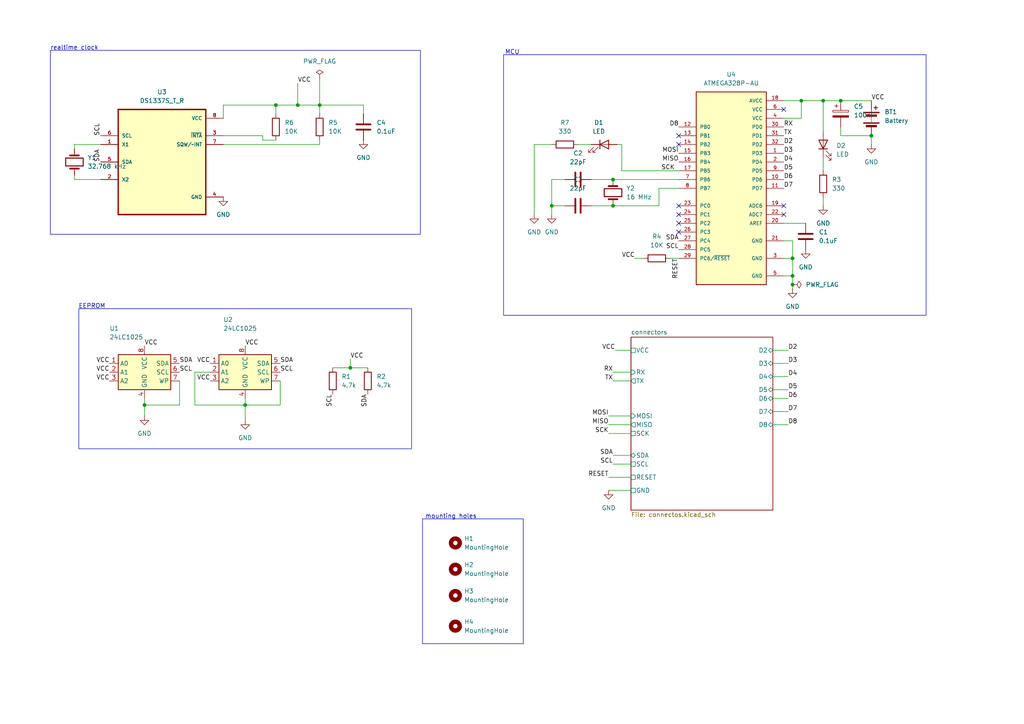
<source format=kicad_sch>
(kicad_sch
	(version 20231120)
	(generator "eeschema")
	(generator_version "8.0")
	(uuid "f39c4415-cb06-454d-a770-a067359476b1")
	(paper "A4")
	(title_block
		(title "${project_name}")
		(date "2025-03-11")
		(rev "0.1")
	)
	(lib_symbols
		(symbol "ATMEGA328P-AU:ATMEGA328P-AU"
			(pin_names
				(offset 1.016)
			)
			(exclude_from_sim no)
			(in_bom yes)
			(on_board yes)
			(property "Reference" "U4"
				(at 0 33.02 0)
				(effects
					(font
						(size 1.27 1.27)
					)
				)
			)
			(property "Value" "ATMEGA328P-AU"
				(at 0 30.48 0)
				(effects
					(font
						(size 1.27 1.27)
					)
				)
			)
			(property "Footprint" "ATMEGA328P-AU:QFP80P900X900X120-32N"
				(at 0 0 0)
				(effects
					(font
						(size 1.27 1.27)
					)
					(justify bottom)
					(hide yes)
				)
			)
			(property "Datasheet" ""
				(at 0 0 0)
				(effects
					(font
						(size 1.27 1.27)
					)
					(hide yes)
				)
			)
			(property "Description" ""
				(at 0 0 0)
				(effects
					(font
						(size 1.27 1.27)
					)
					(hide yes)
				)
			)
			(property "MF" "MICROCHIP TECH."
				(at 0 0 0)
				(effects
					(font
						(size 1.27 1.27)
					)
					(justify bottom)
					(hide yes)
				)
			)
			(property "MAXIMUM_PACKAGE_HEIGHT" "1.20mm"
				(at 0 0 0)
				(effects
					(font
						(size 1.27 1.27)
					)
					(justify bottom)
					(hide yes)
				)
			)
			(property "Package" "TQFP-32 Microchip"
				(at 0 0 0)
				(effects
					(font
						(size 1.27 1.27)
					)
					(justify bottom)
					(hide yes)
				)
			)
			(property "Price" "None"
				(at 0 0 0)
				(effects
					(font
						(size 1.27 1.27)
					)
					(justify bottom)
					(hide yes)
				)
			)
			(property "Check_prices" "https://www.snapeda.com/parts/ATMEGA328P-AU/Microchip/view-part/?ref=eda"
				(at 0 0 0)
				(effects
					(font
						(size 1.27 1.27)
					)
					(justify bottom)
					(hide yes)
				)
			)
			(property "STANDARD" "IPC-7351B"
				(at 0 0 0)
				(effects
					(font
						(size 1.27 1.27)
					)
					(justify bottom)
					(hide yes)
				)
			)
			(property "PARTREV" "8271A"
				(at 0 0 0)
				(effects
					(font
						(size 1.27 1.27)
					)
					(justify bottom)
					(hide yes)
				)
			)
			(property "SnapEDA_Link" "https://www.snapeda.com/parts/ATMEGA328P-AU/Microchip/view-part/?ref=snap"
				(at 0 0 0)
				(effects
					(font
						(size 1.27 1.27)
					)
					(justify bottom)
					(hide yes)
				)
			)
			(property "MP" "ATMEGA328P-AU"
				(at 0 0 0)
				(effects
					(font
						(size 1.27 1.27)
					)
					(justify bottom)
					(hide yes)
				)
			)
			(property "Description_1" "\n                        \n                            MCU 8-bit - AVR ATmega Family ATmega328 Series Microcontrollers - 20 MHz - 32 KB - 2 KB - 32 Pins.\n                        \n"
				(at 0 0 0)
				(effects
					(font
						(size 1.27 1.27)
					)
					(justify bottom)
					(hide yes)
				)
			)
			(property "Availability" "In Stock"
				(at 0 0 0)
				(effects
					(font
						(size 1.27 1.27)
					)
					(justify bottom)
					(hide yes)
				)
			)
			(property "MANUFACTURER" "Microchip"
				(at 0 0 0)
				(effects
					(font
						(size 1.27 1.27)
					)
					(justify bottom)
					(hide yes)
				)
			)
			(symbol "ATMEGA328P-AU_0_0"
				(rectangle
					(start -10.16 -27.94)
					(end 10.16 27.94)
					(stroke
						(width 0.254)
						(type default)
					)
					(fill
						(type background)
					)
				)
				(pin bidirectional line
					(at 15.24 10.16 180)
					(length 5.08)
					(name "PD3"
						(effects
							(font
								(size 1.016 1.016)
							)
						)
					)
					(number "1"
						(effects
							(font
								(size 1.016 1.016)
							)
						)
					)
				)
				(pin bidirectional line
					(at 15.24 2.54 180)
					(length 5.08)
					(name "PD6"
						(effects
							(font
								(size 1.016 1.016)
							)
						)
					)
					(number "10"
						(effects
							(font
								(size 1.016 1.016)
							)
						)
					)
				)
				(pin bidirectional line
					(at 15.24 0 180)
					(length 5.08)
					(name "PD7"
						(effects
							(font
								(size 1.016 1.016)
							)
						)
					)
					(number "11"
						(effects
							(font
								(size 1.016 1.016)
							)
						)
					)
				)
				(pin bidirectional line
					(at -15.24 17.78 0)
					(length 5.08)
					(name "PB0"
						(effects
							(font
								(size 1.016 1.016)
							)
						)
					)
					(number "12"
						(effects
							(font
								(size 1.016 1.016)
							)
						)
					)
				)
				(pin bidirectional line
					(at -15.24 15.24 0)
					(length 5.08)
					(name "PB1"
						(effects
							(font
								(size 1.016 1.016)
							)
						)
					)
					(number "13"
						(effects
							(font
								(size 1.016 1.016)
							)
						)
					)
				)
				(pin bidirectional line
					(at -15.24 12.7 0)
					(length 5.08)
					(name "PB2"
						(effects
							(font
								(size 1.016 1.016)
							)
						)
					)
					(number "14"
						(effects
							(font
								(size 1.016 1.016)
							)
						)
					)
				)
				(pin bidirectional line
					(at -15.24 10.16 0)
					(length 5.08)
					(name "PB3"
						(effects
							(font
								(size 1.016 1.016)
							)
						)
					)
					(number "15"
						(effects
							(font
								(size 1.016 1.016)
							)
						)
					)
				)
				(pin bidirectional line
					(at -15.24 7.62 0)
					(length 5.08)
					(name "PB4"
						(effects
							(font
								(size 1.016 1.016)
							)
						)
					)
					(number "16"
						(effects
							(font
								(size 1.016 1.016)
							)
						)
					)
				)
				(pin bidirectional line
					(at -15.24 5.08 0)
					(length 5.08)
					(name "PB5"
						(effects
							(font
								(size 1.016 1.016)
							)
						)
					)
					(number "17"
						(effects
							(font
								(size 1.016 1.016)
							)
						)
					)
				)
				(pin power_in line
					(at 15.24 25.4 180)
					(length 5.08)
					(name "AVCC"
						(effects
							(font
								(size 1.016 1.016)
							)
						)
					)
					(number "18"
						(effects
							(font
								(size 1.016 1.016)
							)
						)
					)
				)
				(pin bidirectional line
					(at 15.24 -5.08 180)
					(length 5.08)
					(name "ADC6"
						(effects
							(font
								(size 1.016 1.016)
							)
						)
					)
					(number "19"
						(effects
							(font
								(size 1.016 1.016)
							)
						)
					)
				)
				(pin bidirectional line
					(at 15.24 7.62 180)
					(length 5.08)
					(name "PD4"
						(effects
							(font
								(size 1.016 1.016)
							)
						)
					)
					(number "2"
						(effects
							(font
								(size 1.016 1.016)
							)
						)
					)
				)
				(pin input line
					(at 15.24 -10.16 180)
					(length 5.08)
					(name "AREF"
						(effects
							(font
								(size 1.016 1.016)
							)
						)
					)
					(number "20"
						(effects
							(font
								(size 1.016 1.016)
							)
						)
					)
				)
				(pin power_in line
					(at 15.24 -15.24 180)
					(length 5.08)
					(name "GND"
						(effects
							(font
								(size 1.016 1.016)
							)
						)
					)
					(number "21"
						(effects
							(font
								(size 1.016 1.016)
							)
						)
					)
				)
				(pin bidirectional line
					(at 15.24 -7.62 180)
					(length 5.08)
					(name "ADC7"
						(effects
							(font
								(size 1.016 1.016)
							)
						)
					)
					(number "22"
						(effects
							(font
								(size 1.016 1.016)
							)
						)
					)
				)
				(pin bidirectional line
					(at -15.24 -5.08 0)
					(length 5.08)
					(name "PC0"
						(effects
							(font
								(size 1.016 1.016)
							)
						)
					)
					(number "23"
						(effects
							(font
								(size 1.016 1.016)
							)
						)
					)
				)
				(pin bidirectional line
					(at -15.24 -7.62 0)
					(length 5.08)
					(name "PC1"
						(effects
							(font
								(size 1.016 1.016)
							)
						)
					)
					(number "24"
						(effects
							(font
								(size 1.016 1.016)
							)
						)
					)
				)
				(pin bidirectional line
					(at -15.24 -10.16 0)
					(length 5.08)
					(name "PC2"
						(effects
							(font
								(size 1.016 1.016)
							)
						)
					)
					(number "25"
						(effects
							(font
								(size 1.016 1.016)
							)
						)
					)
				)
				(pin bidirectional line
					(at -15.24 -12.7 0)
					(length 5.08)
					(name "PC3"
						(effects
							(font
								(size 1.016 1.016)
							)
						)
					)
					(number "26"
						(effects
							(font
								(size 1.016 1.016)
							)
						)
					)
				)
				(pin bidirectional line
					(at -15.24 -15.24 0)
					(length 5.08)
					(name "PC4"
						(effects
							(font
								(size 1.016 1.016)
							)
						)
					)
					(number "27"
						(effects
							(font
								(size 1.016 1.016)
							)
						)
					)
				)
				(pin bidirectional line
					(at -15.24 -17.78 0)
					(length 5.08)
					(name "PC5"
						(effects
							(font
								(size 1.016 1.016)
							)
						)
					)
					(number "28"
						(effects
							(font
								(size 1.016 1.016)
							)
						)
					)
				)
				(pin bidirectional line
					(at -15.24 -20.32 0)
					(length 5.08)
					(name "PC6/~{RESET}"
						(effects
							(font
								(size 1.016 1.016)
							)
						)
					)
					(number "29"
						(effects
							(font
								(size 1.016 1.016)
							)
						)
					)
				)
				(pin power_in line
					(at 15.24 -20.32 180)
					(length 5.08)
					(name "GND"
						(effects
							(font
								(size 1.016 1.016)
							)
						)
					)
					(number "3"
						(effects
							(font
								(size 1.016 1.016)
							)
						)
					)
				)
				(pin bidirectional line
					(at 15.24 17.78 180)
					(length 5.08)
					(name "PD0"
						(effects
							(font
								(size 1.016 1.016)
							)
						)
					)
					(number "30"
						(effects
							(font
								(size 1.016 1.016)
							)
						)
					)
				)
				(pin bidirectional line
					(at 15.24 15.24 180)
					(length 5.08)
					(name "PD1"
						(effects
							(font
								(size 1.016 1.016)
							)
						)
					)
					(number "31"
						(effects
							(font
								(size 1.016 1.016)
							)
						)
					)
				)
				(pin bidirectional line
					(at 15.24 12.7 180)
					(length 5.08)
					(name "PD2"
						(effects
							(font
								(size 1.016 1.016)
							)
						)
					)
					(number "32"
						(effects
							(font
								(size 1.016 1.016)
							)
						)
					)
				)
				(pin power_in line
					(at 15.24 20.32 180)
					(length 5.08)
					(name "VCC"
						(effects
							(font
								(size 1.016 1.016)
							)
						)
					)
					(number "4"
						(effects
							(font
								(size 1.016 1.016)
							)
						)
					)
				)
				(pin power_in line
					(at 15.24 -25.4 180)
					(length 5.08)
					(name "GND"
						(effects
							(font
								(size 1.016 1.016)
							)
						)
					)
					(number "5"
						(effects
							(font
								(size 1.016 1.016)
							)
						)
					)
				)
				(pin power_in line
					(at 15.24 22.86 180)
					(length 5.08)
					(name "VCC"
						(effects
							(font
								(size 1.016 1.016)
							)
						)
					)
					(number "6"
						(effects
							(font
								(size 1.016 1.016)
							)
						)
					)
				)
				(pin bidirectional line
					(at -15.24 2.54 0)
					(length 5.08)
					(name "PB6"
						(effects
							(font
								(size 1.016 1.016)
							)
						)
					)
					(number "7"
						(effects
							(font
								(size 1.016 1.016)
							)
						)
					)
				)
				(pin bidirectional line
					(at -15.24 0 0)
					(length 5.08)
					(name "PB7"
						(effects
							(font
								(size 1.016 1.016)
							)
						)
					)
					(number "8"
						(effects
							(font
								(size 1.016 1.016)
							)
						)
					)
				)
				(pin bidirectional line
					(at 15.24 5.08 180)
					(length 5.08)
					(name "PD5"
						(effects
							(font
								(size 1.016 1.016)
							)
						)
					)
					(number "9"
						(effects
							(font
								(size 1.016 1.016)
							)
						)
					)
				)
			)
		)
		(symbol "DS1337S_T_R:DS1337S_T_R"
			(pin_names
				(offset 1.016)
			)
			(exclude_from_sim no)
			(in_bom yes)
			(on_board yes)
			(property "Reference" "U"
				(at -12.7 16.24 0)
				(effects
					(font
						(size 1.27 1.27)
					)
					(justify left bottom)
				)
			)
			(property "Value" "DS1337S_T_R"
				(at -12.7 -19.24 0)
				(effects
					(font
						(size 1.27 1.27)
					)
					(justify left bottom)
				)
			)
			(property "Footprint" "DS1337S_T_R:SOIC127P600X175-8N"
				(at 0 0 0)
				(effects
					(font
						(size 1.27 1.27)
					)
					(justify bottom)
					(hide yes)
				)
			)
			(property "Datasheet" ""
				(at 0 0 0)
				(effects
					(font
						(size 1.27 1.27)
					)
					(hide yes)
				)
			)
			(property "Description" ""
				(at 0 0 0)
				(effects
					(font
						(size 1.27 1.27)
					)
					(hide yes)
				)
			)
			(property "MF" "Analog Devices"
				(at 0 0 0)
				(effects
					(font
						(size 1.27 1.27)
					)
					(justify bottom)
					(hide yes)
				)
			)
			(property "Description_1" "\n                        \n                            Real Time Clock (RTC) IC Clock/Calendar - I²C, 2-Wire Serial 8-SOIC (0.154, 3.90mm Width)\n                        \n"
				(at 0 0 0)
				(effects
					(font
						(size 1.27 1.27)
					)
					(justify bottom)
					(hide yes)
				)
			)
			(property "Package" "SOIC-8 Maxim"
				(at 0 0 0)
				(effects
					(font
						(size 1.27 1.27)
					)
					(justify bottom)
					(hide yes)
				)
			)
			(property "Price" "None"
				(at 0 0 0)
				(effects
					(font
						(size 1.27 1.27)
					)
					(justify bottom)
					(hide yes)
				)
			)
			(property "SnapEDA_Link" "https://www.snapeda.com/parts/DS1337S+T/Analog+Devices/view-part/?ref=snap"
				(at 0 0 0)
				(effects
					(font
						(size 1.27 1.27)
					)
					(justify bottom)
					(hide yes)
				)
			)
			(property "MP" "DS1337S+T"
				(at 0 0 0)
				(effects
					(font
						(size 1.27 1.27)
					)
					(justify bottom)
					(hide yes)
				)
			)
			(property "Availability" "Not in stock"
				(at 0 0 0)
				(effects
					(font
						(size 1.27 1.27)
					)
					(justify bottom)
					(hide yes)
				)
			)
			(property "Check_prices" "https://www.snapeda.com/parts/DS1337S+T/Analog+Devices/view-part/?ref=eda"
				(at 0 0 0)
				(effects
					(font
						(size 1.27 1.27)
					)
					(justify bottom)
					(hide yes)
				)
			)
			(symbol "DS1337S_T_R_0_0"
				(rectangle
					(start -12.7 -15.24)
					(end 12.7 15.24)
					(stroke
						(width 0.41)
						(type default)
					)
					(fill
						(type background)
					)
				)
				(pin input line
					(at -17.78 5.08 0)
					(length 5.08)
					(name "X1"
						(effects
							(font
								(size 1.016 1.016)
							)
						)
					)
					(number "1"
						(effects
							(font
								(size 1.016 1.016)
							)
						)
					)
				)
				(pin bidirectional line
					(at -17.78 -5.08 0)
					(length 5.08)
					(name "X2"
						(effects
							(font
								(size 1.016 1.016)
							)
						)
					)
					(number "2"
						(effects
							(font
								(size 1.016 1.016)
							)
						)
					)
				)
				(pin output line
					(at 17.78 7.62 180)
					(length 5.08)
					(name "~{INTA}"
						(effects
							(font
								(size 1.016 1.016)
							)
						)
					)
					(number "3"
						(effects
							(font
								(size 1.016 1.016)
							)
						)
					)
				)
				(pin power_in line
					(at 17.78 -10.16 180)
					(length 5.08)
					(name "GND"
						(effects
							(font
								(size 1.016 1.016)
							)
						)
					)
					(number "4"
						(effects
							(font
								(size 1.016 1.016)
							)
						)
					)
				)
				(pin bidirectional line
					(at -17.78 0 0)
					(length 5.08)
					(name "SDA"
						(effects
							(font
								(size 1.016 1.016)
							)
						)
					)
					(number "5"
						(effects
							(font
								(size 1.016 1.016)
							)
						)
					)
				)
				(pin input line
					(at -17.78 7.62 0)
					(length 5.08)
					(name "SCL"
						(effects
							(font
								(size 1.016 1.016)
							)
						)
					)
					(number "6"
						(effects
							(font
								(size 1.016 1.016)
							)
						)
					)
				)
				(pin output line
					(at 17.78 5.08 180)
					(length 5.08)
					(name "SQW/~INT"
						(effects
							(font
								(size 1.016 1.016)
							)
						)
					)
					(number "7"
						(effects
							(font
								(size 1.016 1.016)
							)
						)
					)
				)
				(pin power_in line
					(at 17.78 12.7 180)
					(length 5.08)
					(name "VCC"
						(effects
							(font
								(size 1.016 1.016)
							)
						)
					)
					(number "8"
						(effects
							(font
								(size 1.016 1.016)
							)
						)
					)
				)
			)
		)
		(symbol "Device:Battery"
			(pin_numbers hide)
			(pin_names
				(offset 0) hide)
			(exclude_from_sim no)
			(in_bom yes)
			(on_board yes)
			(property "Reference" "BT"
				(at 2.54 2.54 0)
				(effects
					(font
						(size 1.27 1.27)
					)
					(justify left)
				)
			)
			(property "Value" "Battery"
				(at 2.54 0 0)
				(effects
					(font
						(size 1.27 1.27)
					)
					(justify left)
				)
			)
			(property "Footprint" ""
				(at 0 1.524 90)
				(effects
					(font
						(size 1.27 1.27)
					)
					(hide yes)
				)
			)
			(property "Datasheet" "~"
				(at 0 1.524 90)
				(effects
					(font
						(size 1.27 1.27)
					)
					(hide yes)
				)
			)
			(property "Description" "Multiple-cell battery"
				(at 0 0 0)
				(effects
					(font
						(size 1.27 1.27)
					)
					(hide yes)
				)
			)
			(property "ki_keywords" "batt voltage-source cell"
				(at 0 0 0)
				(effects
					(font
						(size 1.27 1.27)
					)
					(hide yes)
				)
			)
			(symbol "Battery_0_1"
				(rectangle
					(start -2.286 -1.27)
					(end 2.286 -1.524)
					(stroke
						(width 0)
						(type default)
					)
					(fill
						(type outline)
					)
				)
				(rectangle
					(start -2.286 1.778)
					(end 2.286 1.524)
					(stroke
						(width 0)
						(type default)
					)
					(fill
						(type outline)
					)
				)
				(rectangle
					(start -1.524 -2.032)
					(end 1.524 -2.54)
					(stroke
						(width 0)
						(type default)
					)
					(fill
						(type outline)
					)
				)
				(rectangle
					(start -1.524 1.016)
					(end 1.524 0.508)
					(stroke
						(width 0)
						(type default)
					)
					(fill
						(type outline)
					)
				)
				(polyline
					(pts
						(xy 0 -1.016) (xy 0 -0.762)
					)
					(stroke
						(width 0)
						(type default)
					)
					(fill
						(type none)
					)
				)
				(polyline
					(pts
						(xy 0 -0.508) (xy 0 -0.254)
					)
					(stroke
						(width 0)
						(type default)
					)
					(fill
						(type none)
					)
				)
				(polyline
					(pts
						(xy 0 0) (xy 0 0.254)
					)
					(stroke
						(width 0)
						(type default)
					)
					(fill
						(type none)
					)
				)
				(polyline
					(pts
						(xy 0 1.778) (xy 0 2.54)
					)
					(stroke
						(width 0)
						(type default)
					)
					(fill
						(type none)
					)
				)
				(polyline
					(pts
						(xy 0.762 3.048) (xy 1.778 3.048)
					)
					(stroke
						(width 0.254)
						(type default)
					)
					(fill
						(type none)
					)
				)
				(polyline
					(pts
						(xy 1.27 3.556) (xy 1.27 2.54)
					)
					(stroke
						(width 0.254)
						(type default)
					)
					(fill
						(type none)
					)
				)
			)
			(symbol "Battery_1_1"
				(pin passive line
					(at 0 5.08 270)
					(length 2.54)
					(name "+"
						(effects
							(font
								(size 1.27 1.27)
							)
						)
					)
					(number "1"
						(effects
							(font
								(size 1.27 1.27)
							)
						)
					)
				)
				(pin passive line
					(at 0 -5.08 90)
					(length 2.54)
					(name "-"
						(effects
							(font
								(size 1.27 1.27)
							)
						)
					)
					(number "2"
						(effects
							(font
								(size 1.27 1.27)
							)
						)
					)
				)
			)
		)
		(symbol "Device:C"
			(pin_numbers hide)
			(pin_names
				(offset 0.254)
			)
			(exclude_from_sim no)
			(in_bom yes)
			(on_board yes)
			(property "Reference" "C"
				(at 0.635 2.54 0)
				(effects
					(font
						(size 1.27 1.27)
					)
					(justify left)
				)
			)
			(property "Value" "C"
				(at 0.635 -2.54 0)
				(effects
					(font
						(size 1.27 1.27)
					)
					(justify left)
				)
			)
			(property "Footprint" ""
				(at 0.9652 -3.81 0)
				(effects
					(font
						(size 1.27 1.27)
					)
					(hide yes)
				)
			)
			(property "Datasheet" "~"
				(at 0 0 0)
				(effects
					(font
						(size 1.27 1.27)
					)
					(hide yes)
				)
			)
			(property "Description" "Unpolarized capacitor"
				(at 0 0 0)
				(effects
					(font
						(size 1.27 1.27)
					)
					(hide yes)
				)
			)
			(property "ki_keywords" "cap capacitor"
				(at 0 0 0)
				(effects
					(font
						(size 1.27 1.27)
					)
					(hide yes)
				)
			)
			(property "ki_fp_filters" "C_*"
				(at 0 0 0)
				(effects
					(font
						(size 1.27 1.27)
					)
					(hide yes)
				)
			)
			(symbol "C_0_1"
				(polyline
					(pts
						(xy -2.032 -0.762) (xy 2.032 -0.762)
					)
					(stroke
						(width 0.508)
						(type default)
					)
					(fill
						(type none)
					)
				)
				(polyline
					(pts
						(xy -2.032 0.762) (xy 2.032 0.762)
					)
					(stroke
						(width 0.508)
						(type default)
					)
					(fill
						(type none)
					)
				)
			)
			(symbol "C_1_1"
				(pin passive line
					(at 0 3.81 270)
					(length 2.794)
					(name "~"
						(effects
							(font
								(size 1.27 1.27)
							)
						)
					)
					(number "1"
						(effects
							(font
								(size 1.27 1.27)
							)
						)
					)
				)
				(pin passive line
					(at 0 -3.81 90)
					(length 2.794)
					(name "~"
						(effects
							(font
								(size 1.27 1.27)
							)
						)
					)
					(number "2"
						(effects
							(font
								(size 1.27 1.27)
							)
						)
					)
				)
			)
		)
		(symbol "Device:C_Polarized"
			(pin_numbers hide)
			(pin_names
				(offset 0.254)
			)
			(exclude_from_sim no)
			(in_bom yes)
			(on_board yes)
			(property "Reference" "C"
				(at 0.635 2.54 0)
				(effects
					(font
						(size 1.27 1.27)
					)
					(justify left)
				)
			)
			(property "Value" "C_Polarized"
				(at 0.635 -2.54 0)
				(effects
					(font
						(size 1.27 1.27)
					)
					(justify left)
				)
			)
			(property "Footprint" ""
				(at 0.9652 -3.81 0)
				(effects
					(font
						(size 1.27 1.27)
					)
					(hide yes)
				)
			)
			(property "Datasheet" "~"
				(at 0 0 0)
				(effects
					(font
						(size 1.27 1.27)
					)
					(hide yes)
				)
			)
			(property "Description" "Polarized capacitor"
				(at 0 0 0)
				(effects
					(font
						(size 1.27 1.27)
					)
					(hide yes)
				)
			)
			(property "ki_keywords" "cap capacitor"
				(at 0 0 0)
				(effects
					(font
						(size 1.27 1.27)
					)
					(hide yes)
				)
			)
			(property "ki_fp_filters" "CP_*"
				(at 0 0 0)
				(effects
					(font
						(size 1.27 1.27)
					)
					(hide yes)
				)
			)
			(symbol "C_Polarized_0_1"
				(rectangle
					(start -2.286 0.508)
					(end 2.286 1.016)
					(stroke
						(width 0)
						(type default)
					)
					(fill
						(type none)
					)
				)
				(polyline
					(pts
						(xy -1.778 2.286) (xy -0.762 2.286)
					)
					(stroke
						(width 0)
						(type default)
					)
					(fill
						(type none)
					)
				)
				(polyline
					(pts
						(xy -1.27 2.794) (xy -1.27 1.778)
					)
					(stroke
						(width 0)
						(type default)
					)
					(fill
						(type none)
					)
				)
				(rectangle
					(start 2.286 -0.508)
					(end -2.286 -1.016)
					(stroke
						(width 0)
						(type default)
					)
					(fill
						(type outline)
					)
				)
			)
			(symbol "C_Polarized_1_1"
				(pin passive line
					(at 0 3.81 270)
					(length 2.794)
					(name "~"
						(effects
							(font
								(size 1.27 1.27)
							)
						)
					)
					(number "1"
						(effects
							(font
								(size 1.27 1.27)
							)
						)
					)
				)
				(pin passive line
					(at 0 -3.81 90)
					(length 2.794)
					(name "~"
						(effects
							(font
								(size 1.27 1.27)
							)
						)
					)
					(number "2"
						(effects
							(font
								(size 1.27 1.27)
							)
						)
					)
				)
			)
		)
		(symbol "Device:Crystal"
			(pin_numbers hide)
			(pin_names
				(offset 1.016) hide)
			(exclude_from_sim no)
			(in_bom yes)
			(on_board yes)
			(property "Reference" "Y"
				(at 0 3.81 0)
				(effects
					(font
						(size 1.27 1.27)
					)
				)
			)
			(property "Value" "Crystal"
				(at 0 -3.81 0)
				(effects
					(font
						(size 1.27 1.27)
					)
				)
			)
			(property "Footprint" ""
				(at 0 0 0)
				(effects
					(font
						(size 1.27 1.27)
					)
					(hide yes)
				)
			)
			(property "Datasheet" "~"
				(at 0 0 0)
				(effects
					(font
						(size 1.27 1.27)
					)
					(hide yes)
				)
			)
			(property "Description" "Two pin crystal"
				(at 0 0 0)
				(effects
					(font
						(size 1.27 1.27)
					)
					(hide yes)
				)
			)
			(property "ki_keywords" "quartz ceramic resonator oscillator"
				(at 0 0 0)
				(effects
					(font
						(size 1.27 1.27)
					)
					(hide yes)
				)
			)
			(property "ki_fp_filters" "Crystal*"
				(at 0 0 0)
				(effects
					(font
						(size 1.27 1.27)
					)
					(hide yes)
				)
			)
			(symbol "Crystal_0_1"
				(rectangle
					(start -1.143 2.54)
					(end 1.143 -2.54)
					(stroke
						(width 0.3048)
						(type default)
					)
					(fill
						(type none)
					)
				)
				(polyline
					(pts
						(xy -2.54 0) (xy -1.905 0)
					)
					(stroke
						(width 0)
						(type default)
					)
					(fill
						(type none)
					)
				)
				(polyline
					(pts
						(xy -1.905 -1.27) (xy -1.905 1.27)
					)
					(stroke
						(width 0.508)
						(type default)
					)
					(fill
						(type none)
					)
				)
				(polyline
					(pts
						(xy 1.905 -1.27) (xy 1.905 1.27)
					)
					(stroke
						(width 0.508)
						(type default)
					)
					(fill
						(type none)
					)
				)
				(polyline
					(pts
						(xy 2.54 0) (xy 1.905 0)
					)
					(stroke
						(width 0)
						(type default)
					)
					(fill
						(type none)
					)
				)
			)
			(symbol "Crystal_1_1"
				(pin passive line
					(at -3.81 0 0)
					(length 1.27)
					(name "1"
						(effects
							(font
								(size 1.27 1.27)
							)
						)
					)
					(number "1"
						(effects
							(font
								(size 1.27 1.27)
							)
						)
					)
				)
				(pin passive line
					(at 3.81 0 180)
					(length 1.27)
					(name "2"
						(effects
							(font
								(size 1.27 1.27)
							)
						)
					)
					(number "2"
						(effects
							(font
								(size 1.27 1.27)
							)
						)
					)
				)
			)
		)
		(symbol "Device:LED"
			(pin_numbers hide)
			(pin_names
				(offset 1.016) hide)
			(exclude_from_sim no)
			(in_bom yes)
			(on_board yes)
			(property "Reference" "D"
				(at 0 2.54 0)
				(effects
					(font
						(size 1.27 1.27)
					)
				)
			)
			(property "Value" "LED"
				(at 0 -2.54 0)
				(effects
					(font
						(size 1.27 1.27)
					)
				)
			)
			(property "Footprint" ""
				(at 0 0 0)
				(effects
					(font
						(size 1.27 1.27)
					)
					(hide yes)
				)
			)
			(property "Datasheet" "~"
				(at 0 0 0)
				(effects
					(font
						(size 1.27 1.27)
					)
					(hide yes)
				)
			)
			(property "Description" "Light emitting diode"
				(at 0 0 0)
				(effects
					(font
						(size 1.27 1.27)
					)
					(hide yes)
				)
			)
			(property "ki_keywords" "LED diode"
				(at 0 0 0)
				(effects
					(font
						(size 1.27 1.27)
					)
					(hide yes)
				)
			)
			(property "ki_fp_filters" "LED* LED_SMD:* LED_THT:*"
				(at 0 0 0)
				(effects
					(font
						(size 1.27 1.27)
					)
					(hide yes)
				)
			)
			(symbol "LED_0_1"
				(polyline
					(pts
						(xy -1.27 -1.27) (xy -1.27 1.27)
					)
					(stroke
						(width 0.254)
						(type default)
					)
					(fill
						(type none)
					)
				)
				(polyline
					(pts
						(xy -1.27 0) (xy 1.27 0)
					)
					(stroke
						(width 0)
						(type default)
					)
					(fill
						(type none)
					)
				)
				(polyline
					(pts
						(xy 1.27 -1.27) (xy 1.27 1.27) (xy -1.27 0) (xy 1.27 -1.27)
					)
					(stroke
						(width 0.254)
						(type default)
					)
					(fill
						(type none)
					)
				)
				(polyline
					(pts
						(xy -3.048 -0.762) (xy -4.572 -2.286) (xy -3.81 -2.286) (xy -4.572 -2.286) (xy -4.572 -1.524)
					)
					(stroke
						(width 0)
						(type default)
					)
					(fill
						(type none)
					)
				)
				(polyline
					(pts
						(xy -1.778 -0.762) (xy -3.302 -2.286) (xy -2.54 -2.286) (xy -3.302 -2.286) (xy -3.302 -1.524)
					)
					(stroke
						(width 0)
						(type default)
					)
					(fill
						(type none)
					)
				)
			)
			(symbol "LED_1_1"
				(pin passive line
					(at -3.81 0 0)
					(length 2.54)
					(name "K"
						(effects
							(font
								(size 1.27 1.27)
							)
						)
					)
					(number "1"
						(effects
							(font
								(size 1.27 1.27)
							)
						)
					)
				)
				(pin passive line
					(at 3.81 0 180)
					(length 2.54)
					(name "A"
						(effects
							(font
								(size 1.27 1.27)
							)
						)
					)
					(number "2"
						(effects
							(font
								(size 1.27 1.27)
							)
						)
					)
				)
			)
		)
		(symbol "Device:R"
			(pin_numbers hide)
			(pin_names
				(offset 0)
			)
			(exclude_from_sim no)
			(in_bom yes)
			(on_board yes)
			(property "Reference" "R"
				(at 2.032 0 90)
				(effects
					(font
						(size 1.27 1.27)
					)
				)
			)
			(property "Value" "R"
				(at 0 0 90)
				(effects
					(font
						(size 1.27 1.27)
					)
				)
			)
			(property "Footprint" ""
				(at -1.778 0 90)
				(effects
					(font
						(size 1.27 1.27)
					)
					(hide yes)
				)
			)
			(property "Datasheet" "~"
				(at 0 0 0)
				(effects
					(font
						(size 1.27 1.27)
					)
					(hide yes)
				)
			)
			(property "Description" "Resistor"
				(at 0 0 0)
				(effects
					(font
						(size 1.27 1.27)
					)
					(hide yes)
				)
			)
			(property "ki_keywords" "R res resistor"
				(at 0 0 0)
				(effects
					(font
						(size 1.27 1.27)
					)
					(hide yes)
				)
			)
			(property "ki_fp_filters" "R_*"
				(at 0 0 0)
				(effects
					(font
						(size 1.27 1.27)
					)
					(hide yes)
				)
			)
			(symbol "R_0_1"
				(rectangle
					(start -1.016 -2.54)
					(end 1.016 2.54)
					(stroke
						(width 0.254)
						(type default)
					)
					(fill
						(type none)
					)
				)
			)
			(symbol "R_1_1"
				(pin passive line
					(at 0 3.81 270)
					(length 1.27)
					(name "~"
						(effects
							(font
								(size 1.27 1.27)
							)
						)
					)
					(number "1"
						(effects
							(font
								(size 1.27 1.27)
							)
						)
					)
				)
				(pin passive line
					(at 0 -3.81 90)
					(length 1.27)
					(name "~"
						(effects
							(font
								(size 1.27 1.27)
							)
						)
					)
					(number "2"
						(effects
							(font
								(size 1.27 1.27)
							)
						)
					)
				)
			)
		)
		(symbol "Mechanical:MountingHole"
			(pin_names
				(offset 1.016)
			)
			(exclude_from_sim yes)
			(in_bom no)
			(on_board yes)
			(property "Reference" "H"
				(at 0 5.08 0)
				(effects
					(font
						(size 1.27 1.27)
					)
				)
			)
			(property "Value" "MountingHole"
				(at 0 3.175 0)
				(effects
					(font
						(size 1.27 1.27)
					)
				)
			)
			(property "Footprint" ""
				(at 0 0 0)
				(effects
					(font
						(size 1.27 1.27)
					)
					(hide yes)
				)
			)
			(property "Datasheet" "~"
				(at 0 0 0)
				(effects
					(font
						(size 1.27 1.27)
					)
					(hide yes)
				)
			)
			(property "Description" "Mounting Hole without connection"
				(at 0 0 0)
				(effects
					(font
						(size 1.27 1.27)
					)
					(hide yes)
				)
			)
			(property "ki_keywords" "mounting hole"
				(at 0 0 0)
				(effects
					(font
						(size 1.27 1.27)
					)
					(hide yes)
				)
			)
			(property "ki_fp_filters" "MountingHole*"
				(at 0 0 0)
				(effects
					(font
						(size 1.27 1.27)
					)
					(hide yes)
				)
			)
			(symbol "MountingHole_0_1"
				(circle
					(center 0 0)
					(radius 1.27)
					(stroke
						(width 1.27)
						(type default)
					)
					(fill
						(type none)
					)
				)
			)
		)
		(symbol "Memory_EEPROM:24LC1025"
			(exclude_from_sim no)
			(in_bom yes)
			(on_board yes)
			(property "Reference" "U"
				(at -6.35 6.35 0)
				(effects
					(font
						(size 1.27 1.27)
					)
				)
			)
			(property "Value" "24LC1025"
				(at 1.27 6.35 0)
				(effects
					(font
						(size 1.27 1.27)
					)
					(justify left)
				)
			)
			(property "Footprint" ""
				(at 0 0 0)
				(effects
					(font
						(size 1.27 1.27)
					)
					(hide yes)
				)
			)
			(property "Datasheet" "http://ww1.microchip.com/downloads/en/DeviceDoc/21941B.pdf"
				(at 0 0 0)
				(effects
					(font
						(size 1.27 1.27)
					)
					(hide yes)
				)
			)
			(property "Description" "I2C Serial EEPROM, 1024Kb, DIP-8/SOIC-8/TSSOP-8/DFN-8"
				(at 0 0 0)
				(effects
					(font
						(size 1.27 1.27)
					)
					(hide yes)
				)
			)
			(property "ki_keywords" "I2C Serial EEPROM"
				(at 0 0 0)
				(effects
					(font
						(size 1.27 1.27)
					)
					(hide yes)
				)
			)
			(property "ki_fp_filters" "DIP*W7.62mm* SOIC*3.9x4.9mm* TSSOP*4.4x3mm*P0.65mm* DFN*3x2mm*P0.5mm*"
				(at 0 0 0)
				(effects
					(font
						(size 1.27 1.27)
					)
					(hide yes)
				)
			)
			(symbol "24LC1025_1_1"
				(rectangle
					(start -7.62 5.08)
					(end 7.62 -5.08)
					(stroke
						(width 0.254)
						(type default)
					)
					(fill
						(type background)
					)
				)
				(pin input line
					(at -10.16 2.54 0)
					(length 2.54)
					(name "A0"
						(effects
							(font
								(size 1.27 1.27)
							)
						)
					)
					(number "1"
						(effects
							(font
								(size 1.27 1.27)
							)
						)
					)
				)
				(pin input line
					(at -10.16 0 0)
					(length 2.54)
					(name "A1"
						(effects
							(font
								(size 1.27 1.27)
							)
						)
					)
					(number "2"
						(effects
							(font
								(size 1.27 1.27)
							)
						)
					)
				)
				(pin input line
					(at -10.16 -2.54 0)
					(length 2.54)
					(name "A2"
						(effects
							(font
								(size 1.27 1.27)
							)
						)
					)
					(number "3"
						(effects
							(font
								(size 1.27 1.27)
							)
						)
					)
				)
				(pin power_in line
					(at 0 -7.62 90)
					(length 2.54)
					(name "GND"
						(effects
							(font
								(size 1.27 1.27)
							)
						)
					)
					(number "4"
						(effects
							(font
								(size 1.27 1.27)
							)
						)
					)
				)
				(pin bidirectional line
					(at 10.16 2.54 180)
					(length 2.54)
					(name "SDA"
						(effects
							(font
								(size 1.27 1.27)
							)
						)
					)
					(number "5"
						(effects
							(font
								(size 1.27 1.27)
							)
						)
					)
				)
				(pin input line
					(at 10.16 0 180)
					(length 2.54)
					(name "SCL"
						(effects
							(font
								(size 1.27 1.27)
							)
						)
					)
					(number "6"
						(effects
							(font
								(size 1.27 1.27)
							)
						)
					)
				)
				(pin input line
					(at 10.16 -2.54 180)
					(length 2.54)
					(name "WP"
						(effects
							(font
								(size 1.27 1.27)
							)
						)
					)
					(number "7"
						(effects
							(font
								(size 1.27 1.27)
							)
						)
					)
				)
				(pin power_in line
					(at 0 7.62 270)
					(length 2.54)
					(name "VCC"
						(effects
							(font
								(size 1.27 1.27)
							)
						)
					)
					(number "8"
						(effects
							(font
								(size 1.27 1.27)
							)
						)
					)
				)
			)
		)
		(symbol "power:GND"
			(power)
			(pin_numbers hide)
			(pin_names
				(offset 0) hide)
			(exclude_from_sim no)
			(in_bom yes)
			(on_board yes)
			(property "Reference" "#PWR"
				(at 0 -6.35 0)
				(effects
					(font
						(size 1.27 1.27)
					)
					(hide yes)
				)
			)
			(property "Value" "GND"
				(at 0 -3.81 0)
				(effects
					(font
						(size 1.27 1.27)
					)
				)
			)
			(property "Footprint" ""
				(at 0 0 0)
				(effects
					(font
						(size 1.27 1.27)
					)
					(hide yes)
				)
			)
			(property "Datasheet" ""
				(at 0 0 0)
				(effects
					(font
						(size 1.27 1.27)
					)
					(hide yes)
				)
			)
			(property "Description" "Power symbol creates a global label with name \"GND\" , ground"
				(at 0 0 0)
				(effects
					(font
						(size 1.27 1.27)
					)
					(hide yes)
				)
			)
			(property "ki_keywords" "global power"
				(at 0 0 0)
				(effects
					(font
						(size 1.27 1.27)
					)
					(hide yes)
				)
			)
			(symbol "GND_0_1"
				(polyline
					(pts
						(xy 0 0) (xy 0 -1.27) (xy 1.27 -1.27) (xy 0 -2.54) (xy -1.27 -1.27) (xy 0 -1.27)
					)
					(stroke
						(width 0)
						(type default)
					)
					(fill
						(type none)
					)
				)
			)
			(symbol "GND_1_1"
				(pin power_in line
					(at 0 0 270)
					(length 0)
					(name "~"
						(effects
							(font
								(size 1.27 1.27)
							)
						)
					)
					(number "1"
						(effects
							(font
								(size 1.27 1.27)
							)
						)
					)
				)
			)
		)
		(symbol "power:PWR_FLAG"
			(power)
			(pin_numbers hide)
			(pin_names
				(offset 0) hide)
			(exclude_from_sim no)
			(in_bom yes)
			(on_board yes)
			(property "Reference" "#FLG"
				(at 0 1.905 0)
				(effects
					(font
						(size 1.27 1.27)
					)
					(hide yes)
				)
			)
			(property "Value" "PWR_FLAG"
				(at 0 3.81 0)
				(effects
					(font
						(size 1.27 1.27)
					)
				)
			)
			(property "Footprint" ""
				(at 0 0 0)
				(effects
					(font
						(size 1.27 1.27)
					)
					(hide yes)
				)
			)
			(property "Datasheet" "~"
				(at 0 0 0)
				(effects
					(font
						(size 1.27 1.27)
					)
					(hide yes)
				)
			)
			(property "Description" "Special symbol for telling ERC where power comes from"
				(at 0 0 0)
				(effects
					(font
						(size 1.27 1.27)
					)
					(hide yes)
				)
			)
			(property "ki_keywords" "flag power"
				(at 0 0 0)
				(effects
					(font
						(size 1.27 1.27)
					)
					(hide yes)
				)
			)
			(symbol "PWR_FLAG_0_0"
				(pin power_out line
					(at 0 0 90)
					(length 0)
					(name "~"
						(effects
							(font
								(size 1.27 1.27)
							)
						)
					)
					(number "1"
						(effects
							(font
								(size 1.27 1.27)
							)
						)
					)
				)
			)
			(symbol "PWR_FLAG_0_1"
				(polyline
					(pts
						(xy 0 0) (xy 0 1.27) (xy -1.016 1.905) (xy 0 2.54) (xy 1.016 1.905) (xy 0 1.27)
					)
					(stroke
						(width 0)
						(type default)
					)
					(fill
						(type none)
					)
				)
			)
		)
	)
	(junction
		(at 41.91 117.475)
		(diameter 0)
		(color 0 0 0 0)
		(uuid "091c6865-3bcb-4976-b978-c61ca45a52e8")
	)
	(junction
		(at 177.8 59.69)
		(diameter 0)
		(color 0 0 0 0)
		(uuid "18d74df2-a866-4bfd-8c75-45d84f8dd067")
	)
	(junction
		(at 80.01 30.48)
		(diameter 0)
		(color 0 0 0 0)
		(uuid "2f8b3abd-6e0b-494f-8046-6b0711a15787")
	)
	(junction
		(at 238.76 29.21)
		(diameter 0)
		(color 0 0 0 0)
		(uuid "35da3d74-a909-4ab9-984b-912cfe738e71")
	)
	(junction
		(at 243.84 29.21)
		(diameter 0)
		(color 0 0 0 0)
		(uuid "39927ad2-1b6c-4aef-a92f-a7a2f2aa97ab")
	)
	(junction
		(at 229.87 74.93)
		(diameter 0)
		(color 0 0 0 0)
		(uuid "52602bff-d28d-4543-8698-dbb25e3cd8dd")
	)
	(junction
		(at 160.02 59.69)
		(diameter 0)
		(color 0 0 0 0)
		(uuid "81300ef9-5eb9-4296-bc06-c11696168aa1")
	)
	(junction
		(at 177.8 52.07)
		(diameter 0)
		(color 0 0 0 0)
		(uuid "8224ca41-dbed-49b1-b802-91ba2f976067")
	)
	(junction
		(at 86.36 30.48)
		(diameter 0)
		(color 0 0 0 0)
		(uuid "975571cb-2d05-4518-ada9-11956633ca66")
	)
	(junction
		(at 232.41 29.21)
		(diameter 0)
		(color 0 0 0 0)
		(uuid "d34cff02-2738-440f-ac4e-7ade56c0e589")
	)
	(junction
		(at 92.71 30.48)
		(diameter 0)
		(color 0 0 0 0)
		(uuid "d6403b5e-f604-4dac-be51-94a4702c6c78")
	)
	(junction
		(at 71.12 117.475)
		(diameter 0)
		(color 0 0 0 0)
		(uuid "d6407f7b-f59c-445e-b407-5b062ab19f69")
	)
	(junction
		(at 229.87 82.55)
		(diameter 0)
		(color 0 0 0 0)
		(uuid "d87bc4f4-8c01-466e-a1be-edadb82637bf")
	)
	(junction
		(at 101.6 106.68)
		(diameter 0)
		(color 0 0 0 0)
		(uuid "eb3328d2-1747-4a7d-b598-c37a4a2b14d2")
	)
	(junction
		(at 252.73 39.37)
		(diameter 0)
		(color 0 0 0 0)
		(uuid "f167d085-2c1f-49b0-9c6a-71cbfc560e1a")
	)
	(junction
		(at 229.87 80.01)
		(diameter 0)
		(color 0 0 0 0)
		(uuid "f40417a0-9dae-4b21-868a-31a5db543c58")
	)
	(no_connect
		(at 196.85 62.23)
		(uuid "02518226-f1d4-467f-84ae-8adbc47e9444")
	)
	(no_connect
		(at 196.85 39.37)
		(uuid "0d17c173-8a3f-4edc-aa30-8dba02430c4a")
	)
	(no_connect
		(at 227.33 62.23)
		(uuid "2019416a-09de-4a8a-9377-f9adbc52420c")
	)
	(no_connect
		(at 227.33 31.75)
		(uuid "3bc1f9be-9db5-40b8-bf42-ea07ec282f59")
	)
	(no_connect
		(at 196.85 67.31)
		(uuid "4f65aab4-64b2-4e29-bbc4-6c12786edaab")
	)
	(no_connect
		(at 227.33 59.69)
		(uuid "56f046d7-e639-4b9f-93a4-df3c872f6c23")
	)
	(no_connect
		(at 196.85 64.77)
		(uuid "a1225748-3b7d-4080-a7f3-e10b6c12b85b")
	)
	(no_connect
		(at 196.85 59.69)
		(uuid "a2f16ad7-df36-4ca5-a3d8-43b401420ff9")
	)
	(no_connect
		(at 196.85 41.91)
		(uuid "a7cff524-143f-4186-9bb5-4fd2046c8503")
	)
	(wire
		(pts
			(xy 183.007 132.08) (xy 177.8 132.08)
		)
		(stroke
			(width 0)
			(type default)
		)
		(uuid "05d1f9c3-9ef6-488a-be9a-c2ccaffa8470")
	)
	(wire
		(pts
			(xy 229.87 82.55) (xy 229.87 83.82)
		)
		(stroke
			(width 0)
			(type default)
		)
		(uuid "0641e41f-baee-47fa-9f1b-6c0bf1024393")
	)
	(wire
		(pts
			(xy 60.96 107.95) (xy 56.515 107.95)
		)
		(stroke
			(width 0)
			(type default)
		)
		(uuid "067cbee4-e03b-4305-a66d-eb135ad7a251")
	)
	(wire
		(pts
			(xy 178.435 101.6) (xy 183.007 101.6)
		)
		(stroke
			(width 0)
			(type default)
		)
		(uuid "07359d46-f906-4b9f-a009-8ef1ace1bf1e")
	)
	(wire
		(pts
			(xy 232.41 34.29) (xy 232.41 29.21)
		)
		(stroke
			(width 0)
			(type default)
		)
		(uuid "0a3e5222-16ed-461e-b7cc-0202befce4c4")
	)
	(wire
		(pts
			(xy 21.59 41.91) (xy 29.21 41.91)
		)
		(stroke
			(width 0)
			(type default)
		)
		(uuid "0adfaa9f-ff04-4f77-b5f4-4b05ad2d3740")
	)
	(wire
		(pts
			(xy 81.28 110.49) (xy 81.28 117.475)
		)
		(stroke
			(width 0)
			(type default)
		)
		(uuid "0be22e5e-59de-4e7d-84ee-ba11a4fef645")
	)
	(wire
		(pts
			(xy 64.77 41.91) (xy 92.71 41.91)
		)
		(stroke
			(width 0)
			(type default)
		)
		(uuid "0c77c479-0d47-441c-b5e4-ae6e1bd92aea")
	)
	(wire
		(pts
			(xy 21.59 52.07) (xy 29.21 52.07)
		)
		(stroke
			(width 0)
			(type default)
		)
		(uuid "0d42b372-a016-4421-a585-3b0200fbb7a8")
	)
	(wire
		(pts
			(xy 184.15 74.93) (xy 186.69 74.93)
		)
		(stroke
			(width 0)
			(type default)
		)
		(uuid "11a35f8d-e9b9-4246-9627-7b66f9be8323")
	)
	(wire
		(pts
			(xy 163.83 52.07) (xy 160.02 52.07)
		)
		(stroke
			(width 0)
			(type default)
		)
		(uuid "1968bc18-9d76-4bc2-9661-f829ab1ea687")
	)
	(wire
		(pts
			(xy 179.07 41.91) (xy 180.34 41.91)
		)
		(stroke
			(width 0)
			(type default)
		)
		(uuid "19813c4b-17b6-4ac7-a51e-4aa4a3dfad25")
	)
	(wire
		(pts
			(xy 76.2 40.64) (xy 80.01 40.64)
		)
		(stroke
			(width 0)
			(type default)
		)
		(uuid "1a772968-ea4c-4c84-865f-eae46c4e5a94")
	)
	(wire
		(pts
			(xy 96.52 106.68) (xy 101.6 106.68)
		)
		(stroke
			(width 0)
			(type default)
		)
		(uuid "2073265c-b75e-4ac4-8523-5658d0ae3e1e")
	)
	(wire
		(pts
			(xy 64.77 39.37) (xy 76.2 39.37)
		)
		(stroke
			(width 0)
			(type default)
		)
		(uuid "2a9254dc-f022-4569-8b17-2338945cf945")
	)
	(wire
		(pts
			(xy 227.33 34.29) (xy 232.41 34.29)
		)
		(stroke
			(width 0)
			(type default)
		)
		(uuid "2b5f97c4-a2ec-48ae-8384-adc7d25217f8")
	)
	(wire
		(pts
			(xy 160.02 41.91) (xy 154.94 41.91)
		)
		(stroke
			(width 0)
			(type default)
		)
		(uuid "2ed6182e-a8cb-43f3-a311-40721654bc5b")
	)
	(wire
		(pts
			(xy 180.34 41.91) (xy 180.34 49.53)
		)
		(stroke
			(width 0)
			(type default)
		)
		(uuid "30a301a3-48c0-4691-ab1a-2f27947cc80c")
	)
	(wire
		(pts
			(xy 180.34 49.53) (xy 196.85 49.53)
		)
		(stroke
			(width 0)
			(type default)
		)
		(uuid "3409fcd7-5410-4dfc-980d-f621ea2fbb35")
	)
	(wire
		(pts
			(xy 177.8 52.07) (xy 196.85 52.07)
		)
		(stroke
			(width 0)
			(type default)
		)
		(uuid "3437a91c-ea28-43c0-9acd-c237f58f8d71")
	)
	(wire
		(pts
			(xy 81.28 117.475) (xy 71.12 117.475)
		)
		(stroke
			(width 0)
			(type default)
		)
		(uuid "3573cb3d-4c17-423a-a6c8-36a762d1131f")
	)
	(wire
		(pts
			(xy 41.91 117.475) (xy 52.07 117.475)
		)
		(stroke
			(width 0)
			(type default)
		)
		(uuid "37b97cec-0118-4d28-bca8-7e5f784fa1b0")
	)
	(wire
		(pts
			(xy 238.76 57.15) (xy 238.76 59.69)
		)
		(stroke
			(width 0)
			(type default)
		)
		(uuid "422919df-914b-44f7-a1d6-af3b81fa9f7e")
	)
	(wire
		(pts
			(xy 101.6 106.68) (xy 106.68 106.68)
		)
		(stroke
			(width 0)
			(type default)
		)
		(uuid "4580498e-34b2-4cef-b9dc-6a277fe88ef6")
	)
	(wire
		(pts
			(xy 86.36 30.48) (xy 92.71 30.48)
		)
		(stroke
			(width 0)
			(type default)
		)
		(uuid "4987c47a-9cbb-495e-aad0-9c54590cd48c")
	)
	(wire
		(pts
			(xy 64.77 34.29) (xy 64.77 30.48)
		)
		(stroke
			(width 0)
			(type default)
		)
		(uuid "4be627c2-ebfa-47b9-99a3-9cf30aab9039")
	)
	(wire
		(pts
			(xy 243.84 36.83) (xy 243.84 39.37)
		)
		(stroke
			(width 0)
			(type default)
		)
		(uuid "4d3a8a1a-da56-4e8d-86ba-a0d0e48693fe")
	)
	(wire
		(pts
			(xy 238.76 45.72) (xy 238.76 49.53)
		)
		(stroke
			(width 0)
			(type default)
		)
		(uuid "4d77a672-09bc-4644-b8c2-c88aa1c3b018")
	)
	(wire
		(pts
			(xy 224.155 109.22) (xy 228.6 109.22)
		)
		(stroke
			(width 0)
			(type default)
		)
		(uuid "4e41d3d9-bf42-4ae8-bec2-150c5ca475f7")
	)
	(wire
		(pts
			(xy 41.91 120.65) (xy 41.91 117.475)
		)
		(stroke
			(width 0)
			(type default)
		)
		(uuid "516401ac-2a20-4346-a900-e3aa77ff2e31")
	)
	(wire
		(pts
			(xy 243.84 39.37) (xy 252.73 39.37)
		)
		(stroke
			(width 0)
			(type default)
		)
		(uuid "52bce622-b654-4879-b39a-ad2d4b732c61")
	)
	(wire
		(pts
			(xy 227.33 69.85) (xy 229.87 69.85)
		)
		(stroke
			(width 0)
			(type default)
		)
		(uuid "532caa1e-191d-4398-87ca-88ee2a13ed12")
	)
	(wire
		(pts
			(xy 80.01 30.48) (xy 80.01 33.02)
		)
		(stroke
			(width 0)
			(type default)
		)
		(uuid "564f94bd-86ca-4dc7-a479-a272fb2ca355")
	)
	(wire
		(pts
			(xy 160.02 59.69) (xy 160.02 62.23)
		)
		(stroke
			(width 0)
			(type default)
		)
		(uuid "566940bd-a9b3-425a-8f8f-41c623f208e2")
	)
	(wire
		(pts
			(xy 224.155 101.6) (xy 228.6 101.6)
		)
		(stroke
			(width 0)
			(type default)
		)
		(uuid "58af668f-aed7-4b5c-91be-e4823b635a34")
	)
	(wire
		(pts
			(xy 183.007 125.73) (xy 176.53 125.73)
		)
		(stroke
			(width 0)
			(type default)
		)
		(uuid "595e681d-b64c-41ec-b509-46036db03772")
	)
	(wire
		(pts
			(xy 224.155 115.57) (xy 228.6 115.57)
		)
		(stroke
			(width 0)
			(type default)
		)
		(uuid "5f8f3a1a-34c0-4a1d-b392-5349ab3df234")
	)
	(wire
		(pts
			(xy 71.12 121.92) (xy 71.12 117.475)
		)
		(stroke
			(width 0)
			(type default)
		)
		(uuid "611ece05-8fa6-4c75-98c9-3d333b7eb63f")
	)
	(wire
		(pts
			(xy 92.71 22.86) (xy 92.71 30.48)
		)
		(stroke
			(width 0)
			(type default)
		)
		(uuid "638835c9-0ecd-4cab-8704-842032e8e46b")
	)
	(wire
		(pts
			(xy 80.01 30.48) (xy 86.36 30.48)
		)
		(stroke
			(width 0)
			(type default)
		)
		(uuid "67908a4c-7ee5-4cea-a1cb-54c8614001ea")
	)
	(wire
		(pts
			(xy 229.87 80.01) (xy 227.33 80.01)
		)
		(stroke
			(width 0)
			(type default)
		)
		(uuid "6b4ddca4-b425-4913-914b-6d129451e9c8")
	)
	(wire
		(pts
			(xy 56.515 117.475) (xy 71.12 117.475)
		)
		(stroke
			(width 0)
			(type default)
		)
		(uuid "6b8d85d8-43a6-4367-b5ac-6ba20061e0a5")
	)
	(wire
		(pts
			(xy 105.41 30.48) (xy 105.41 33.02)
		)
		(stroke
			(width 0)
			(type default)
		)
		(uuid "6d07030c-2cd2-4a6d-abb5-82bda7ab696e")
	)
	(wire
		(pts
			(xy 183.007 142.24) (xy 176.53 142.24)
		)
		(stroke
			(width 0)
			(type default)
		)
		(uuid "6d0e5a30-960a-4ef5-b155-279c16866658")
	)
	(wire
		(pts
			(xy 101.6 104.14) (xy 101.6 106.68)
		)
		(stroke
			(width 0)
			(type default)
		)
		(uuid "73e7844f-f6a4-4c0b-9140-52b3f19b073b")
	)
	(wire
		(pts
			(xy 243.84 29.21) (xy 252.73 29.21)
		)
		(stroke
			(width 0)
			(type default)
		)
		(uuid "7d4debd4-3c10-4180-9255-68c68949bab9")
	)
	(wire
		(pts
			(xy 227.33 29.21) (xy 232.41 29.21)
		)
		(stroke
			(width 0)
			(type default)
		)
		(uuid "7d6de8b6-c540-4813-a817-ad77ea58d4ec")
	)
	(wire
		(pts
			(xy 238.76 29.21) (xy 238.76 38.1)
		)
		(stroke
			(width 0)
			(type default)
		)
		(uuid "7e5c1ec1-eb5a-4dce-9fe0-675717880503")
	)
	(wire
		(pts
			(xy 71.12 117.475) (xy 71.12 115.57)
		)
		(stroke
			(width 0)
			(type default)
		)
		(uuid "853b6bbf-68bc-458f-b032-edfbe897bbbb")
	)
	(wire
		(pts
			(xy 21.59 50.8) (xy 21.59 52.07)
		)
		(stroke
			(width 0)
			(type default)
		)
		(uuid "87dc1de7-9b86-4d49-b592-27d2cb07788d")
	)
	(wire
		(pts
			(xy 76.2 39.37) (xy 76.2 40.64)
		)
		(stroke
			(width 0)
			(type default)
		)
		(uuid "88d65044-8194-43c4-aa31-ffb2f08be190")
	)
	(wire
		(pts
			(xy 183.007 134.62) (xy 177.8 134.62)
		)
		(stroke
			(width 0)
			(type default)
		)
		(uuid "89da2b8d-de86-40cf-991f-cb6d66531e02")
	)
	(wire
		(pts
			(xy 21.59 43.18) (xy 21.59 41.91)
		)
		(stroke
			(width 0)
			(type default)
		)
		(uuid "8bc2e055-2b45-4890-8a83-6e78ca04a104")
	)
	(wire
		(pts
			(xy 227.33 64.77) (xy 233.68 64.77)
		)
		(stroke
			(width 0)
			(type default)
		)
		(uuid "8e90d0a3-d788-4bad-a6f7-07264b70b3aa")
	)
	(wire
		(pts
			(xy 92.71 40.64) (xy 92.71 41.91)
		)
		(stroke
			(width 0)
			(type default)
		)
		(uuid "90ff3ad9-0998-45fb-bc64-67e9f6346478")
	)
	(wire
		(pts
			(xy 154.94 41.91) (xy 154.94 62.23)
		)
		(stroke
			(width 0)
			(type default)
		)
		(uuid "92913d8c-f93a-42e6-a2a6-60c292aa770e")
	)
	(wire
		(pts
			(xy 191.135 59.69) (xy 191.135 54.61)
		)
		(stroke
			(width 0)
			(type default)
		)
		(uuid "98dcacb1-4164-4499-9fff-4e8686e6a813")
	)
	(wire
		(pts
			(xy 224.155 123.19) (xy 228.6 123.19)
		)
		(stroke
			(width 0)
			(type default)
		)
		(uuid "99ff4698-98ae-4008-af0c-157f75e43171")
	)
	(wire
		(pts
			(xy 92.71 30.48) (xy 105.41 30.48)
		)
		(stroke
			(width 0)
			(type default)
		)
		(uuid "a33f598f-2545-4368-9c8d-798416a7a2d1")
	)
	(wire
		(pts
			(xy 191.135 54.61) (xy 196.85 54.61)
		)
		(stroke
			(width 0)
			(type default)
		)
		(uuid "a4cb16a0-b6b0-45c9-97c2-eb5b4ef33013")
	)
	(wire
		(pts
			(xy 183.007 123.19) (xy 176.53 123.19)
		)
		(stroke
			(width 0)
			(type default)
		)
		(uuid "a848e7b6-cfa4-4bb5-8195-e3fbc80effd7")
	)
	(wire
		(pts
			(xy 227.33 74.93) (xy 229.87 74.93)
		)
		(stroke
			(width 0)
			(type default)
		)
		(uuid "a91fd6bd-87d6-4b7c-be66-cb802372bf8a")
	)
	(wire
		(pts
			(xy 171.45 59.69) (xy 177.8 59.69)
		)
		(stroke
			(width 0)
			(type default)
		)
		(uuid "af4f687b-56b7-4cff-9ed0-17318ab865ad")
	)
	(wire
		(pts
			(xy 238.76 29.21) (xy 243.84 29.21)
		)
		(stroke
			(width 0)
			(type default)
		)
		(uuid "b16949f2-11dc-4bec-a091-823b40b1d61c")
	)
	(wire
		(pts
			(xy 229.87 80.01) (xy 229.87 82.55)
		)
		(stroke
			(width 0)
			(type default)
		)
		(uuid "b568dff0-1880-4fa8-af23-100128324ef4")
	)
	(wire
		(pts
			(xy 41.91 117.475) (xy 41.91 115.57)
		)
		(stroke
			(width 0)
			(type default)
		)
		(uuid "bcb85148-c1a0-40ea-9474-6e91383d9e34")
	)
	(wire
		(pts
			(xy 229.87 74.93) (xy 229.87 80.01)
		)
		(stroke
			(width 0)
			(type default)
		)
		(uuid "c68b4e7e-1186-41d0-8b53-012a4988e74d")
	)
	(wire
		(pts
			(xy 194.31 74.93) (xy 196.85 74.93)
		)
		(stroke
			(width 0)
			(type default)
		)
		(uuid "c7a2dcbd-5947-42a5-bd19-8f266f404b68")
	)
	(wire
		(pts
			(xy 183.007 120.65) (xy 176.53 120.65)
		)
		(stroke
			(width 0)
			(type default)
		)
		(uuid "c99d1687-c1e2-4ba2-ba90-ade657a8e509")
	)
	(wire
		(pts
			(xy 171.45 52.07) (xy 177.8 52.07)
		)
		(stroke
			(width 0)
			(type default)
		)
		(uuid "cabe5043-fc54-4a9e-a8ae-82c3304e39df")
	)
	(wire
		(pts
			(xy 224.155 119.38) (xy 228.6 119.38)
		)
		(stroke
			(width 0)
			(type default)
		)
		(uuid "cbc20b22-2d58-46da-b691-72d57bffeddc")
	)
	(wire
		(pts
			(xy 56.515 107.95) (xy 56.515 117.475)
		)
		(stroke
			(width 0)
			(type default)
		)
		(uuid "ce681933-2680-4a01-8f62-4120fcf87937")
	)
	(wire
		(pts
			(xy 177.8 59.69) (xy 191.135 59.69)
		)
		(stroke
			(width 0)
			(type default)
		)
		(uuid "d110b73f-f341-4049-bead-d4ab8d1a8ab8")
	)
	(wire
		(pts
			(xy 160.02 59.69) (xy 163.83 59.69)
		)
		(stroke
			(width 0)
			(type default)
		)
		(uuid "d3126122-106c-4a3d-9f58-ec995fbde074")
	)
	(wire
		(pts
			(xy 177.8 107.95) (xy 183.007 107.95)
		)
		(stroke
			(width 0)
			(type default)
		)
		(uuid "d75ea130-19f0-41d7-a41e-9edef0147b6d")
	)
	(wire
		(pts
			(xy 52.07 110.49) (xy 52.07 117.475)
		)
		(stroke
			(width 0)
			(type default)
		)
		(uuid "e554449a-157d-45f3-b7a9-2ef3eb07d6ee")
	)
	(wire
		(pts
			(xy 64.77 30.48) (xy 80.01 30.48)
		)
		(stroke
			(width 0)
			(type default)
		)
		(uuid "e63b33a9-d845-45d7-8ff2-a45e3ac8c037")
	)
	(wire
		(pts
			(xy 92.71 30.48) (xy 92.71 33.02)
		)
		(stroke
			(width 0)
			(type default)
		)
		(uuid "e9707fdc-0450-495c-b1e7-608956bd5d35")
	)
	(wire
		(pts
			(xy 252.73 39.37) (xy 252.73 41.91)
		)
		(stroke
			(width 0)
			(type default)
		)
		(uuid "eb64167e-15bb-49e7-b9ef-20d459b42851")
	)
	(wire
		(pts
			(xy 224.155 113.03) (xy 228.6 113.03)
		)
		(stroke
			(width 0)
			(type default)
		)
		(uuid "ec617aea-3a00-4a1d-9d46-9cb00fad1135")
	)
	(wire
		(pts
			(xy 86.36 24.13) (xy 86.36 30.48)
		)
		(stroke
			(width 0)
			(type default)
		)
		(uuid "ef8a72fd-32d7-4dad-ac0b-b151c77298eb")
	)
	(wire
		(pts
			(xy 167.64 41.91) (xy 171.45 41.91)
		)
		(stroke
			(width 0)
			(type default)
		)
		(uuid "f18f3309-e338-4cd7-8dc2-b6b464d9e0e4")
	)
	(wire
		(pts
			(xy 229.87 69.85) (xy 229.87 74.93)
		)
		(stroke
			(width 0)
			(type default)
		)
		(uuid "f1d3ef18-f34a-4d8d-bac5-6269b40e9de0")
	)
	(wire
		(pts
			(xy 183.007 110.49) (xy 177.8 110.49)
		)
		(stroke
			(width 0)
			(type default)
		)
		(uuid "f40f8308-54c9-44e0-b714-70371c4adcbf")
	)
	(wire
		(pts
			(xy 232.41 29.21) (xy 238.76 29.21)
		)
		(stroke
			(width 0)
			(type default)
		)
		(uuid "f66d74aa-0ec4-4bc2-a7e9-11f1e2f7cd8e")
	)
	(wire
		(pts
			(xy 224.155 105.41) (xy 228.6 105.41)
		)
		(stroke
			(width 0)
			(type default)
		)
		(uuid "f6bc9e67-948b-48a8-8c5f-1d9f524bb4c4")
	)
	(wire
		(pts
			(xy 183.007 138.43) (xy 176.53 138.43)
		)
		(stroke
			(width 0)
			(type default)
		)
		(uuid "fbf690c1-3ca3-450a-a828-20dd10df9e90")
	)
	(wire
		(pts
			(xy 160.02 52.07) (xy 160.02 59.69)
		)
		(stroke
			(width 0)
			(type default)
		)
		(uuid "fdd46c67-2d67-4b83-a421-c3d6294fd10f")
	)
	(rectangle
		(start 14.605 14.605)
		(end 121.92 67.945)
		(stroke
			(width 0)
			(type default)
		)
		(fill
			(type none)
		)
		(uuid 147f8ca1-20a9-4001-9a4f-7f18319a3e67)
	)
	(rectangle
		(start 22.86 89.535)
		(end 119.38 130.175)
		(stroke
			(width 0)
			(type default)
		)
		(fill
			(type none)
		)
		(uuid 2918a153-85ef-4a44-8cad-d124d6219a5b)
	)
	(rectangle
		(start 122.555 150.495)
		(end 151.765 186.69)
		(stroke
			(width 0)
			(type default)
		)
		(fill
			(type none)
		)
		(uuid dc2635bd-7533-416d-bdd4-47f3bcce824e)
	)
	(rectangle
		(start 146.05 15.875)
		(end 268.605 91.44)
		(stroke
			(width 0)
			(type default)
		)
		(fill
			(type none)
		)
		(uuid eb3d600a-d71b-4982-92de-18d4fc4d8367)
	)
	(text "MCU"
		(exclude_from_sim no)
		(at 148.59 15.24 0)
		(effects
			(font
				(size 1.27 1.27)
			)
		)
		(uuid "40c2d961-91f0-422b-9acd-919759fde759")
	)
	(text "realtime clock"
		(exclude_from_sim no)
		(at 21.59 13.97 0)
		(effects
			(font
				(size 1.27 1.27)
			)
		)
		(uuid "8b454e55-0add-455b-8ac5-e7a20ae6b18f")
	)
	(text "mounting holes"
		(exclude_from_sim no)
		(at 130.81 149.86 0)
		(effects
			(font
				(size 1.27 1.27)
			)
		)
		(uuid "9e91829c-72b0-46b0-ac0c-0518c4e3b8b0")
	)
	(text "EEPROM"
		(exclude_from_sim no)
		(at 26.67 88.9 0)
		(effects
			(font
				(size 1.27 1.27)
			)
		)
		(uuid "f47f291e-e885-4182-a5d5-a1297bce271e")
	)
	(label "SCL"
		(at 177.8 134.62 180)
		(effects
			(font
				(size 1.27 1.27)
			)
			(justify right bottom)
		)
		(uuid "0037900a-5137-423c-b964-45084b232afa")
	)
	(label "D6"
		(at 228.6 115.57 0)
		(effects
			(font
				(size 1.27 1.27)
			)
			(justify left bottom)
		)
		(uuid "00c173fb-0b05-4c77-8d30-1af21f613388")
	)
	(label "VCC"
		(at 31.75 110.49 180)
		(effects
			(font
				(size 1.27 1.27)
			)
			(justify right bottom)
		)
		(uuid "080b5c74-0adc-45ba-ba95-196ef12af34c")
	)
	(label "D8"
		(at 196.85 36.83 180)
		(effects
			(font
				(size 1.27 1.27)
			)
			(justify right bottom)
		)
		(uuid "0c2900b7-aeae-4c2e-8dd8-aa6bc51fd81c")
	)
	(label "VCC"
		(at 86.36 24.13 0)
		(effects
			(font
				(size 1.27 1.27)
			)
			(justify left bottom)
		)
		(uuid "0e57ac38-65d4-4aa7-b711-f5104c4b56a0")
	)
	(label "RX"
		(at 227.33 36.83 0)
		(effects
			(font
				(size 1.27 1.27)
			)
			(justify left bottom)
		)
		(uuid "25454f90-c2a2-48d3-8c62-7907bc7a670c")
	)
	(label "VCC"
		(at 184.15 74.93 180)
		(effects
			(font
				(size 1.27 1.27)
			)
			(justify right bottom)
		)
		(uuid "2e034ad1-f6ac-4531-aa6f-0aa38f7f4a45")
	)
	(label "D2"
		(at 227.33 41.91 0)
		(effects
			(font
				(size 1.27 1.27)
			)
			(justify left bottom)
		)
		(uuid "316fa872-198c-4e18-9628-e50c30240932")
	)
	(label "D3"
		(at 228.6 105.41 0)
		(effects
			(font
				(size 1.27 1.27)
			)
			(justify left bottom)
		)
		(uuid "3273675a-05c3-4ac5-bf74-70c1dda99838")
	)
	(label "MISO"
		(at 196.85 46.99 180)
		(effects
			(font
				(size 1.27 1.27)
			)
			(justify right bottom)
		)
		(uuid "3784a9cd-7934-4652-a38e-905b190f3b6f")
	)
	(label "TX"
		(at 177.8 110.49 180)
		(effects
			(font
				(size 1.27 1.27)
			)
			(justify right bottom)
		)
		(uuid "3a70b64b-c50d-439f-beb9-87dfd167663c")
	)
	(label "RX"
		(at 177.8 107.95 180)
		(effects
			(font
				(size 1.27 1.27)
			)
			(justify right bottom)
		)
		(uuid "3b659f33-b792-411f-ad1a-0cd0017b0c55")
	)
	(label "D7"
		(at 227.33 54.61 0)
		(effects
			(font
				(size 1.27 1.27)
			)
			(justify left bottom)
		)
		(uuid "3dd05196-5635-4cb2-a46e-8e273127b420")
	)
	(label "SDA"
		(at 196.85 69.85 180)
		(effects
			(font
				(size 1.27 1.27)
			)
			(justify right bottom)
		)
		(uuid "4b20f737-1590-4d56-9cac-cff11f3c37e9")
	)
	(label "RESET"
		(at 196.85 74.93 270)
		(effects
			(font
				(size 1.27 1.27)
			)
			(justify right bottom)
		)
		(uuid "4c36834c-571b-4741-8ab4-39f38bb17e1a")
	)
	(label "SCL"
		(at 29.21 39.37 90)
		(effects
			(font
				(size 1.27 1.27)
			)
			(justify left bottom)
		)
		(uuid "4cdb45e4-4e2f-4590-b485-e4dd96d19279")
	)
	(label "VCC"
		(at 41.91 100.33 0)
		(effects
			(font
				(size 1.27 1.27)
			)
			(justify left bottom)
		)
		(uuid "4e1723ea-6971-4c2e-abe4-5b391b800c49")
	)
	(label "MOSI"
		(at 196.85 44.45 180)
		(effects
			(font
				(size 1.27 1.27)
			)
			(justify right bottom)
		)
		(uuid "4f122653-b047-4968-a4d7-188b59055c1a")
	)
	(label "SCK"
		(at 191.77 49.53 0)
		(effects
			(font
				(size 1.27 1.27)
			)
			(justify left bottom)
		)
		(uuid "54c572ee-0f27-4856-9656-7615abcec5f1")
	)
	(label "VCC"
		(at 31.75 107.95 180)
		(effects
			(font
				(size 1.27 1.27)
			)
			(justify right bottom)
		)
		(uuid "58760717-7cda-471e-9fc4-1eed9c818b25")
	)
	(label "SDA"
		(at 177.8 132.08 180)
		(effects
			(font
				(size 1.27 1.27)
			)
			(justify right bottom)
		)
		(uuid "635f1d13-958e-404f-9492-aa2664af95fb")
	)
	(label "VCC"
		(at 60.96 110.49 180)
		(effects
			(font
				(size 1.27 1.27)
			)
			(justify right bottom)
		)
		(uuid "64ddaff8-b3d5-400d-9600-866281d64feb")
	)
	(label "SDA"
		(at 106.68 114.3 270)
		(effects
			(font
				(size 1.27 1.27)
			)
			(justify right bottom)
		)
		(uuid "6b99d2a7-ee59-477c-8c23-496738a3c73c")
	)
	(label "VCC"
		(at 101.6 104.14 0)
		(effects
			(font
				(size 1.27 1.27)
			)
			(justify left bottom)
		)
		(uuid "75b28172-d85f-43e4-be5d-327b289c18bd")
	)
	(label "SCL"
		(at 52.07 107.95 0)
		(effects
			(font
				(size 1.27 1.27)
			)
			(justify left bottom)
		)
		(uuid "76bca664-241f-4af9-8db5-0c073a5c6353")
	)
	(label "D4"
		(at 227.33 46.99 0)
		(effects
			(font
				(size 1.27 1.27)
			)
			(justify left bottom)
		)
		(uuid "7bcae24d-2791-4b17-a5b5-451c0ffccca1")
	)
	(label "SDA"
		(at 52.07 105.41 0)
		(effects
			(font
				(size 1.27 1.27)
			)
			(justify left bottom)
		)
		(uuid "83cbb2a6-9b3a-4520-9941-aef1a8747c47")
	)
	(label "SCK"
		(at 176.53 125.73 180)
		(effects
			(font
				(size 1.27 1.27)
			)
			(justify right bottom)
		)
		(uuid "83dc3c10-144a-4003-8140-db34e3dc15b6")
	)
	(label "D2"
		(at 228.6 101.6 0)
		(effects
			(font
				(size 1.27 1.27)
			)
			(justify left bottom)
		)
		(uuid "83eb607d-8c8a-4e2a-bde6-d1fa23471e17")
	)
	(label "D8"
		(at 228.6 123.19 0)
		(effects
			(font
				(size 1.27 1.27)
			)
			(justify left bottom)
		)
		(uuid "85a62430-c488-40ee-ab5a-b093d9e7d543")
	)
	(label "D5"
		(at 227.33 49.53 0)
		(effects
			(font
				(size 1.27 1.27)
			)
			(justify left bottom)
		)
		(uuid "8ae30c8b-b5d7-45a9-a45a-74ba5b0ea222")
	)
	(label "D4"
		(at 228.6 109.22 0)
		(effects
			(font
				(size 1.27 1.27)
			)
			(justify left bottom)
		)
		(uuid "8b2499f0-a047-44e1-8a06-a2480c367397")
	)
	(label "MOSI"
		(at 176.53 120.65 180)
		(effects
			(font
				(size 1.27 1.27)
			)
			(justify right bottom)
		)
		(uuid "8c550955-9d6c-47c7-8c49-465a9895cf47")
	)
	(label "SCL"
		(at 196.85 72.39 180)
		(effects
			(font
				(size 1.27 1.27)
			)
			(justify right bottom)
		)
		(uuid "917fc2a4-23b8-4310-a4fb-4d5fa41a7768")
	)
	(label "SDA"
		(at 29.21 46.99 90)
		(effects
			(font
				(size 1.27 1.27)
			)
			(justify left bottom)
		)
		(uuid "9f540689-4aab-4382-8c20-3e1531b39dd4")
	)
	(label "RESET"
		(at 176.53 138.43 180)
		(effects
			(font
				(size 1.27 1.27)
			)
			(justify right bottom)
		)
		(uuid "a05d45d6-376b-4e9d-bbfb-fb78645b1248")
	)
	(label "VCC"
		(at 71.12 100.33 0)
		(effects
			(font
				(size 1.27 1.27)
			)
			(justify left bottom)
		)
		(uuid "a376b705-0d23-4ccd-9eca-6956c5573866")
	)
	(label "VCC"
		(at 60.96 105.41 180)
		(effects
			(font
				(size 1.27 1.27)
			)
			(justify right bottom)
		)
		(uuid "a471308a-ac26-4d67-bca9-6bb672e953d5")
	)
	(label "D3"
		(at 227.33 44.45 0)
		(effects
			(font
				(size 1.27 1.27)
			)
			(justify left bottom)
		)
		(uuid "b107bab4-7263-45dd-ac70-1bf7f5a100db")
	)
	(label "VCC"
		(at 252.73 29.21 0)
		(effects
			(font
				(size 1.27 1.27)
			)
			(justify left bottom)
		)
		(uuid "bfd770a7-30e8-4ebc-b76b-7b4d95003e27")
	)
	(label "SCL"
		(at 81.28 107.95 0)
		(effects
			(font
				(size 1.27 1.27)
			)
			(justify left bottom)
		)
		(uuid "c3f4667d-636d-4993-bf64-7fcd72536cd8")
	)
	(label "TX"
		(at 227.33 39.37 0)
		(effects
			(font
				(size 1.27 1.27)
			)
			(justify left bottom)
		)
		(uuid "c6b69791-0ade-4b68-bf7c-22460ddef1cc")
	)
	(label "VCC"
		(at 178.435 101.6 180)
		(effects
			(font
				(size 1.27 1.27)
			)
			(justify right bottom)
		)
		(uuid "c92d26cc-c211-4f50-a67c-e79136d26eb3")
	)
	(label "SCL"
		(at 96.52 114.3 270)
		(effects
			(font
				(size 1.27 1.27)
			)
			(justify right bottom)
		)
		(uuid "c96831ec-d090-407a-a844-67d2f51406eb")
	)
	(label "D6"
		(at 227.33 52.07 0)
		(effects
			(font
				(size 1.27 1.27)
			)
			(justify left bottom)
		)
		(uuid "ccbf85be-203e-42f7-bca0-97f7fc46ddd6")
	)
	(label "VCC"
		(at 31.75 105.41 180)
		(effects
			(font
				(size 1.27 1.27)
			)
			(justify right bottom)
		)
		(uuid "da4b568b-218b-43d6-9b15-ea2acf698198")
	)
	(label "D5"
		(at 228.6 113.03 0)
		(effects
			(font
				(size 1.27 1.27)
			)
			(justify left bottom)
		)
		(uuid "de3a8501-bb7b-4481-944d-0073c4da4696")
	)
	(label "MISO"
		(at 176.53 123.19 180)
		(effects
			(font
				(size 1.27 1.27)
			)
			(justify right bottom)
		)
		(uuid "e41354df-e917-42d7-a317-6d5084faee23")
	)
	(label "D7"
		(at 228.6 119.38 0)
		(effects
			(font
				(size 1.27 1.27)
			)
			(justify left bottom)
		)
		(uuid "e41ddc7b-e7a6-48c0-a562-af6dc33979fa")
	)
	(label "SDA"
		(at 81.28 105.41 0)
		(effects
			(font
				(size 1.27 1.27)
			)
			(justify left bottom)
		)
		(uuid "e41e4da6-5535-4f4a-8be4-85199cd58d8e")
	)
	(symbol
		(lib_id "Device:R")
		(at 80.01 36.83 0)
		(unit 1)
		(exclude_from_sim no)
		(in_bom yes)
		(on_board yes)
		(dnp no)
		(fields_autoplaced yes)
		(uuid "17c58c35-f2d1-46a3-8a78-a5ac52d9515c")
		(property "Reference" "R6"
			(at 82.55 35.5599 0)
			(effects
				(font
					(size 1.27 1.27)
				)
				(justify left)
			)
		)
		(property "Value" "10K"
			(at 82.55 38.0999 0)
			(effects
				(font
					(size 1.27 1.27)
				)
				(justify left)
			)
		)
		(property "Footprint" "Resistor_SMD:R_0805_2012Metric"
			(at 78.232 36.83 90)
			(effects
				(font
					(size 1.27 1.27)
				)
				(hide yes)
			)
		)
		(property "Datasheet" "~"
			(at 80.01 36.83 0)
			(effects
				(font
					(size 1.27 1.27)
				)
				(hide yes)
			)
		)
		(property "Description" "Resistor"
			(at 80.01 36.83 0)
			(effects
				(font
					(size 1.27 1.27)
				)
				(hide yes)
			)
		)
		(pin "2"
			(uuid "36898996-4c18-4e85-99b7-77a57f97e2af")
		)
		(pin "1"
			(uuid "1ff87056-460c-4d69-bf04-9f5652371aa7")
		)
		(instances
			(project "project2_MCU_datalogger"
				(path "/f39c4415-cb06-454d-a770-a067359476b1"
					(reference "R6")
					(unit 1)
				)
			)
		)
	)
	(symbol
		(lib_id "power:PWR_FLAG")
		(at 92.71 22.86 0)
		(unit 1)
		(exclude_from_sim no)
		(in_bom yes)
		(on_board yes)
		(dnp no)
		(fields_autoplaced yes)
		(uuid "1a9af46d-d50d-4ec6-b31a-b1eacab79727")
		(property "Reference" "#FLG03"
			(at 92.71 20.955 0)
			(effects
				(font
					(size 1.27 1.27)
				)
				(hide yes)
			)
		)
		(property "Value" "PWR_FLAG"
			(at 92.71 17.78 0)
			(effects
				(font
					(size 1.27 1.27)
				)
			)
		)
		(property "Footprint" ""
			(at 92.71 22.86 0)
			(effects
				(font
					(size 1.27 1.27)
				)
				(hide yes)
			)
		)
		(property "Datasheet" "~"
			(at 92.71 22.86 0)
			(effects
				(font
					(size 1.27 1.27)
				)
				(hide yes)
			)
		)
		(property "Description" "Special symbol for telling ERC where power comes from"
			(at 92.71 22.86 0)
			(effects
				(font
					(size 1.27 1.27)
				)
				(hide yes)
			)
		)
		(pin "1"
			(uuid "f821bb12-c886-49c3-9de7-86b4b20befb0")
		)
		(instances
			(project "project2_MCU_datalogger"
				(path "/f39c4415-cb06-454d-a770-a067359476b1"
					(reference "#FLG03")
					(unit 1)
				)
			)
		)
	)
	(symbol
		(lib_id "Mechanical:MountingHole")
		(at 132.08 165.1 0)
		(unit 1)
		(exclude_from_sim yes)
		(in_bom no)
		(on_board yes)
		(dnp no)
		(fields_autoplaced yes)
		(uuid "22c3ab3a-0a05-4006-9e19-9de143abe45b")
		(property "Reference" "H2"
			(at 134.62 163.8299 0)
			(effects
				(font
					(size 1.27 1.27)
				)
				(justify left)
			)
		)
		(property "Value" "MountingHole"
			(at 134.62 166.3699 0)
			(effects
				(font
					(size 1.27 1.27)
				)
				(justify left)
			)
		)
		(property "Footprint" "MountingHole:MountingHole_2.1mm"
			(at 132.08 165.1 0)
			(effects
				(font
					(size 1.27 1.27)
				)
				(hide yes)
			)
		)
		(property "Datasheet" "~"
			(at 132.08 165.1 0)
			(effects
				(font
					(size 1.27 1.27)
				)
				(hide yes)
			)
		)
		(property "Description" "Mounting Hole without connection"
			(at 132.08 165.1 0)
			(effects
				(font
					(size 1.27 1.27)
				)
				(hide yes)
			)
		)
		(instances
			(project "project2_MCU_datalogger"
				(path "/f39c4415-cb06-454d-a770-a067359476b1"
					(reference "H2")
					(unit 1)
				)
			)
		)
	)
	(symbol
		(lib_id "Device:C")
		(at 233.68 68.58 180)
		(unit 1)
		(exclude_from_sim no)
		(in_bom yes)
		(on_board yes)
		(dnp no)
		(fields_autoplaced yes)
		(uuid "23133802-f099-40e5-9f1d-b61c188b1210")
		(property "Reference" "C1"
			(at 237.49 67.3099 0)
			(effects
				(font
					(size 1.27 1.27)
				)
				(justify right)
			)
		)
		(property "Value" "0.1uF"
			(at 237.49 69.8499 0)
			(effects
				(font
					(size 1.27 1.27)
				)
				(justify right)
			)
		)
		(property "Footprint" "Capacitor_SMD:C_0805_2012Metric"
			(at 232.7148 64.77 0)
			(effects
				(font
					(size 1.27 1.27)
				)
				(hide yes)
			)
		)
		(property "Datasheet" "~"
			(at 233.68 68.58 0)
			(effects
				(font
					(size 1.27 1.27)
				)
				(hide yes)
			)
		)
		(property "Description" "Unpolarized capacitor"
			(at 233.68 68.58 0)
			(effects
				(font
					(size 1.27 1.27)
				)
				(hide yes)
			)
		)
		(pin "2"
			(uuid "f087f915-10d3-4b9a-bf79-8d0eb94cce23")
		)
		(pin "1"
			(uuid "535f3e29-03bb-40f4-b386-d996180e9dd4")
		)
		(instances
			(project ""
				(path "/f39c4415-cb06-454d-a770-a067359476b1"
					(reference "C1")
					(unit 1)
				)
			)
		)
	)
	(symbol
		(lib_id "Device:Crystal")
		(at 177.8 55.88 90)
		(unit 1)
		(exclude_from_sim no)
		(in_bom yes)
		(on_board yes)
		(dnp no)
		(fields_autoplaced yes)
		(uuid "2903da65-da90-40ef-8aa0-124918657803")
		(property "Reference" "Y2"
			(at 181.61 54.6099 90)
			(effects
				(font
					(size 1.27 1.27)
				)
				(justify right)
			)
		)
		(property "Value" "16 MHz"
			(at 181.61 57.1499 90)
			(effects
				(font
					(size 1.27 1.27)
				)
				(justify right)
			)
		)
		(property "Footprint" "Crystal:Crystal_SMD_5032-2Pin_5.0x3.2mm_HandSoldering"
			(at 177.8 55.88 0)
			(effects
				(font
					(size 1.27 1.27)
				)
				(hide yes)
			)
		)
		(property "Datasheet" "~"
			(at 177.8 55.88 0)
			(effects
				(font
					(size 1.27 1.27)
				)
				(hide yes)
			)
		)
		(property "Description" "Two pin crystal"
			(at 177.8 55.88 0)
			(effects
				(font
					(size 1.27 1.27)
				)
				(hide yes)
			)
		)
		(pin "2"
			(uuid "17d9cfae-1203-4e18-b4c7-f938876af286")
		)
		(pin "1"
			(uuid "0ff3195e-da7d-4849-978e-4ffafbe191d0")
		)
		(instances
			(project "project2_MCU_datalogger"
				(path "/f39c4415-cb06-454d-a770-a067359476b1"
					(reference "Y2")
					(unit 1)
				)
			)
		)
	)
	(symbol
		(lib_id "Device:R")
		(at 96.52 110.49 0)
		(unit 1)
		(exclude_from_sim no)
		(in_bom yes)
		(on_board yes)
		(dnp no)
		(fields_autoplaced yes)
		(uuid "2b6d02ec-b0eb-49b4-9ed9-29aaf797f70a")
		(property "Reference" "R1"
			(at 99.06 109.2199 0)
			(effects
				(font
					(size 1.27 1.27)
				)
				(justify left)
			)
		)
		(property "Value" "4.7k"
			(at 99.06 111.7599 0)
			(effects
				(font
					(size 1.27 1.27)
				)
				(justify left)
			)
		)
		(property "Footprint" "Resistor_SMD:R_0805_2012Metric"
			(at 94.742 110.49 90)
			(effects
				(font
					(size 1.27 1.27)
				)
				(hide yes)
			)
		)
		(property "Datasheet" "~"
			(at 96.52 110.49 0)
			(effects
				(font
					(size 1.27 1.27)
				)
				(hide yes)
			)
		)
		(property "Description" "Resistor"
			(at 96.52 110.49 0)
			(effects
				(font
					(size 1.27 1.27)
				)
				(hide yes)
			)
		)
		(pin "2"
			(uuid "42e5e8f8-4650-4d6d-8749-dbca97726cbb")
		)
		(pin "1"
			(uuid "8176b934-c839-4c5b-a634-9b19e20890cd")
		)
		(instances
			(project ""
				(path "/f39c4415-cb06-454d-a770-a067359476b1"
					(reference "R1")
					(unit 1)
				)
			)
		)
	)
	(symbol
		(lib_id "power:GND")
		(at 176.53 142.24 0)
		(unit 1)
		(exclude_from_sim no)
		(in_bom yes)
		(on_board yes)
		(dnp no)
		(fields_autoplaced yes)
		(uuid "36570aef-b06d-46ea-bd52-6e0be51ba9fa")
		(property "Reference" "#PWR011"
			(at 176.53 148.59 0)
			(effects
				(font
					(size 1.27 1.27)
				)
				(hide yes)
			)
		)
		(property "Value" "GND"
			(at 176.53 147.32 0)
			(effects
				(font
					(size 1.27 1.27)
				)
			)
		)
		(property "Footprint" ""
			(at 176.53 142.24 0)
			(effects
				(font
					(size 1.27 1.27)
				)
				(hide yes)
			)
		)
		(property "Datasheet" ""
			(at 176.53 142.24 0)
			(effects
				(font
					(size 1.27 1.27)
				)
				(hide yes)
			)
		)
		(property "Description" "Power symbol creates a global label with name \"GND\" , ground"
			(at 176.53 142.24 0)
			(effects
				(font
					(size 1.27 1.27)
				)
				(hide yes)
			)
		)
		(pin "1"
			(uuid "7d54b265-78d8-4081-bd3a-f288ca95b8f4")
		)
		(instances
			(project "project2_MCU_datalogger"
				(path "/f39c4415-cb06-454d-a770-a067359476b1"
					(reference "#PWR011")
					(unit 1)
				)
			)
		)
	)
	(symbol
		(lib_id "Memory_EEPROM:24LC1025")
		(at 41.91 107.95 0)
		(unit 1)
		(exclude_from_sim no)
		(in_bom yes)
		(on_board yes)
		(dnp no)
		(uuid "3933c11c-12d8-4ff8-be84-1169db6f3948")
		(property "Reference" "U1"
			(at 31.75 95.25 0)
			(effects
				(font
					(size 1.27 1.27)
				)
				(justify left)
			)
		)
		(property "Value" "24LC1025"
			(at 31.75 97.79 0)
			(effects
				(font
					(size 1.27 1.27)
				)
				(justify left)
			)
		)
		(property "Footprint" "Package_SO:SOIC-8_5.23x5.23mm_P1.27mm"
			(at 41.91 107.95 0)
			(effects
				(font
					(size 1.27 1.27)
				)
				(hide yes)
			)
		)
		(property "Datasheet" "http://ww1.microchip.com/downloads/en/DeviceDoc/21941B.pdf"
			(at 41.91 107.95 0)
			(effects
				(font
					(size 1.27 1.27)
				)
				(hide yes)
			)
		)
		(property "Description" "I2C Serial EEPROM, 1024Kb, DIP-8/SOIC-8/TSSOP-8/DFN-8"
			(at 41.91 107.95 0)
			(effects
				(font
					(size 1.27 1.27)
				)
				(hide yes)
			)
		)
		(pin "2"
			(uuid "633d4bd2-124e-482d-bf3d-7d96279a7d1c")
		)
		(pin "3"
			(uuid "999acb35-e80c-4477-89b7-fc7c1a67cc8a")
		)
		(pin "1"
			(uuid "ed0e00a2-bee6-43d9-ad19-189f4d6f8f64")
		)
		(pin "7"
			(uuid "4925b469-e8d9-4e13-b568-21ec0b30ffc2")
		)
		(pin "8"
			(uuid "674b78b6-6218-44a8-acd0-ba867081e282")
		)
		(pin "4"
			(uuid "cc2d007c-d0e4-4959-98f8-fdb5760d9212")
		)
		(pin "5"
			(uuid "b9a099e9-38de-4a4f-a294-3e40d04a8006")
		)
		(pin "6"
			(uuid "7d3e5e45-81c4-40b1-9bda-e2cc711929b3")
		)
		(instances
			(project ""
				(path "/f39c4415-cb06-454d-a770-a067359476b1"
					(reference "U1")
					(unit 1)
				)
			)
		)
	)
	(symbol
		(lib_id "Device:R")
		(at 238.76 53.34 0)
		(unit 1)
		(exclude_from_sim no)
		(in_bom yes)
		(on_board yes)
		(dnp no)
		(fields_autoplaced yes)
		(uuid "3ef90f31-6212-4de5-8aa9-dcd98968c5aa")
		(property "Reference" "R3"
			(at 241.3 52.0699 0)
			(effects
				(font
					(size 1.27 1.27)
				)
				(justify left)
			)
		)
		(property "Value" "330"
			(at 241.3 54.6099 0)
			(effects
				(font
					(size 1.27 1.27)
				)
				(justify left)
			)
		)
		(property "Footprint" "Resistor_SMD:R_0805_2012Metric"
			(at 236.982 53.34 90)
			(effects
				(font
					(size 1.27 1.27)
				)
				(hide yes)
			)
		)
		(property "Datasheet" "~"
			(at 238.76 53.34 0)
			(effects
				(font
					(size 1.27 1.27)
				)
				(hide yes)
			)
		)
		(property "Description" "Resistor"
			(at 238.76 53.34 0)
			(effects
				(font
					(size 1.27 1.27)
				)
				(hide yes)
			)
		)
		(pin "2"
			(uuid "34362b40-98b9-48e9-a291-2869c7b4aee7")
		)
		(pin "1"
			(uuid "455828d1-9f49-4547-aedd-fe8ac8544438")
		)
		(instances
			(project "project2_MCU_datalogger"
				(path "/f39c4415-cb06-454d-a770-a067359476b1"
					(reference "R3")
					(unit 1)
				)
			)
		)
	)
	(symbol
		(lib_id "Device:Battery")
		(at 252.73 34.29 0)
		(unit 1)
		(exclude_from_sim no)
		(in_bom yes)
		(on_board yes)
		(dnp no)
		(fields_autoplaced yes)
		(uuid "48e39afe-c079-4911-9d88-81950bc2fb5e")
		(property "Reference" "BT1"
			(at 256.54 32.4484 0)
			(effects
				(font
					(size 1.27 1.27)
				)
				(justify left)
			)
		)
		(property "Value" "Battery"
			(at 256.54 34.9884 0)
			(effects
				(font
					(size 1.27 1.27)
				)
				(justify left)
			)
		)
		(property "Footprint" "Connector_PinHeader_2.54mm:PinHeader_1x02_P2.54mm_Vertical"
			(at 252.73 32.766 90)
			(effects
				(font
					(size 1.27 1.27)
				)
				(hide yes)
			)
		)
		(property "Datasheet" "~"
			(at 252.73 32.766 90)
			(effects
				(font
					(size 1.27 1.27)
				)
				(hide yes)
			)
		)
		(property "Description" "Multiple-cell battery"
			(at 252.73 34.29 0)
			(effects
				(font
					(size 1.27 1.27)
				)
				(hide yes)
			)
		)
		(pin "1"
			(uuid "54fef005-4f5f-4d81-ae1a-931805876f44")
		)
		(pin "2"
			(uuid "b0d8912a-91cb-4123-8fe4-578cd0028edd")
		)
		(instances
			(project ""
				(path "/f39c4415-cb06-454d-a770-a067359476b1"
					(reference "BT1")
					(unit 1)
				)
			)
		)
	)
	(symbol
		(lib_id "Mechanical:MountingHole")
		(at 132.08 181.61 0)
		(unit 1)
		(exclude_from_sim yes)
		(in_bom no)
		(on_board yes)
		(dnp no)
		(fields_autoplaced yes)
		(uuid "4a9d1903-b4d1-4c86-aa50-733fb902bda8")
		(property "Reference" "H4"
			(at 134.62 180.3399 0)
			(effects
				(font
					(size 1.27 1.27)
				)
				(justify left)
			)
		)
		(property "Value" "MountingHole"
			(at 134.62 182.8799 0)
			(effects
				(font
					(size 1.27 1.27)
				)
				(justify left)
			)
		)
		(property "Footprint" "MountingHole:MountingHole_2.1mm"
			(at 132.08 181.61 0)
			(effects
				(font
					(size 1.27 1.27)
				)
				(hide yes)
			)
		)
		(property "Datasheet" "~"
			(at 132.08 181.61 0)
			(effects
				(font
					(size 1.27 1.27)
				)
				(hide yes)
			)
		)
		(property "Description" "Mounting Hole without connection"
			(at 132.08 181.61 0)
			(effects
				(font
					(size 1.27 1.27)
				)
				(hide yes)
			)
		)
		(instances
			(project "project2_MCU_datalogger"
				(path "/f39c4415-cb06-454d-a770-a067359476b1"
					(reference "H4")
					(unit 1)
				)
			)
		)
	)
	(symbol
		(lib_id "Device:LED")
		(at 175.26 41.91 0)
		(unit 1)
		(exclude_from_sim no)
		(in_bom yes)
		(on_board yes)
		(dnp no)
		(fields_autoplaced yes)
		(uuid "5130f9b2-8133-4617-942d-0f03af67ba42")
		(property "Reference" "D1"
			(at 173.6725 35.56 0)
			(effects
				(font
					(size 1.27 1.27)
				)
			)
		)
		(property "Value" "LED"
			(at 173.6725 38.1 0)
			(effects
				(font
					(size 1.27 1.27)
				)
			)
		)
		(property "Footprint" "LED_SMD:LED_0805_2012Metric"
			(at 175.26 41.91 0)
			(effects
				(font
					(size 1.27 1.27)
				)
				(hide yes)
			)
		)
		(property "Datasheet" "~"
			(at 175.26 41.91 0)
			(effects
				(font
					(size 1.27 1.27)
				)
				(hide yes)
			)
		)
		(property "Description" "Light emitting diode"
			(at 175.26 41.91 0)
			(effects
				(font
					(size 1.27 1.27)
				)
				(hide yes)
			)
		)
		(pin "1"
			(uuid "6c778470-2f9a-4b5f-8b8f-667622424763")
		)
		(pin "2"
			(uuid "f72ff1f0-c45d-4f6e-89cc-4fd85e0b8b54")
		)
		(instances
			(project ""
				(path "/f39c4415-cb06-454d-a770-a067359476b1"
					(reference "D1")
					(unit 1)
				)
			)
		)
	)
	(symbol
		(lib_id "Device:R")
		(at 92.71 36.83 0)
		(unit 1)
		(exclude_from_sim no)
		(in_bom yes)
		(on_board yes)
		(dnp no)
		(fields_autoplaced yes)
		(uuid "55d6d68d-cbf8-4e50-b7e0-e6c8788def05")
		(property "Reference" "R5"
			(at 95.25 35.5599 0)
			(effects
				(font
					(size 1.27 1.27)
				)
				(justify left)
			)
		)
		(property "Value" "10K"
			(at 95.25 38.0999 0)
			(effects
				(font
					(size 1.27 1.27)
				)
				(justify left)
			)
		)
		(property "Footprint" "Resistor_SMD:R_0805_2012Metric"
			(at 90.932 36.83 90)
			(effects
				(font
					(size 1.27 1.27)
				)
				(hide yes)
			)
		)
		(property "Datasheet" "~"
			(at 92.71 36.83 0)
			(effects
				(font
					(size 1.27 1.27)
				)
				(hide yes)
			)
		)
		(property "Description" "Resistor"
			(at 92.71 36.83 0)
			(effects
				(font
					(size 1.27 1.27)
				)
				(hide yes)
			)
		)
		(pin "2"
			(uuid "a6e11fda-6e5d-43de-ba65-e84df1b036ef")
		)
		(pin "1"
			(uuid "1ac6c2f1-62ae-4ab8-9e09-84d0f25355d2")
		)
		(instances
			(project "project2_MCU_datalogger"
				(path "/f39c4415-cb06-454d-a770-a067359476b1"
					(reference "R5")
					(unit 1)
				)
			)
		)
	)
	(symbol
		(lib_id "Mechanical:MountingHole")
		(at 132.08 172.72 0)
		(unit 1)
		(exclude_from_sim yes)
		(in_bom no)
		(on_board yes)
		(dnp no)
		(fields_autoplaced yes)
		(uuid "5c28a4b4-5d73-4450-bd45-e0042b9a5c5d")
		(property "Reference" "H3"
			(at 134.62 171.4499 0)
			(effects
				(font
					(size 1.27 1.27)
				)
				(justify left)
			)
		)
		(property "Value" "MountingHole"
			(at 134.62 173.9899 0)
			(effects
				(font
					(size 1.27 1.27)
				)
				(justify left)
			)
		)
		(property "Footprint" "MountingHole:MountingHole_2.1mm"
			(at 132.08 172.72 0)
			(effects
				(font
					(size 1.27 1.27)
				)
				(hide yes)
			)
		)
		(property "Datasheet" "~"
			(at 132.08 172.72 0)
			(effects
				(font
					(size 1.27 1.27)
				)
				(hide yes)
			)
		)
		(property "Description" "Mounting Hole without connection"
			(at 132.08 172.72 0)
			(effects
				(font
					(size 1.27 1.27)
				)
				(hide yes)
			)
		)
		(instances
			(project "project2_MCU_datalogger"
				(path "/f39c4415-cb06-454d-a770-a067359476b1"
					(reference "H3")
					(unit 1)
				)
			)
		)
	)
	(symbol
		(lib_id "Device:Crystal")
		(at 21.59 46.99 90)
		(unit 1)
		(exclude_from_sim no)
		(in_bom yes)
		(on_board yes)
		(dnp no)
		(fields_autoplaced yes)
		(uuid "5d4b3eb5-0aee-40a0-9b95-aed8fd791196")
		(property "Reference" "Y1"
			(at 25.4 45.7199 90)
			(effects
				(font
					(size 1.27 1.27)
				)
				(justify right)
			)
		)
		(property "Value" "32.768 kHz"
			(at 25.4 48.2599 90)
			(effects
				(font
					(size 1.27 1.27)
				)
				(justify right)
			)
		)
		(property "Footprint" "Crystal:Crystal_SMD_5032-2Pin_5.0x3.2mm_HandSoldering"
			(at 21.59 46.99 0)
			(effects
				(font
					(size 1.27 1.27)
				)
				(hide yes)
			)
		)
		(property "Datasheet" "~"
			(at 21.59 46.99 0)
			(effects
				(font
					(size 1.27 1.27)
				)
				(hide yes)
			)
		)
		(property "Description" "Two pin crystal"
			(at 21.59 46.99 0)
			(effects
				(font
					(size 1.27 1.27)
				)
				(hide yes)
			)
		)
		(pin "2"
			(uuid "44cb7f47-6678-417a-803e-16ebd2180537")
		)
		(pin "1"
			(uuid "de07c036-7436-4afb-bc4f-93c95537bf58")
		)
		(instances
			(project ""
				(path "/f39c4415-cb06-454d-a770-a067359476b1"
					(reference "Y1")
					(unit 1)
				)
			)
		)
	)
	(symbol
		(lib_id "power:GND")
		(at 154.94 62.23 0)
		(unit 1)
		(exclude_from_sim no)
		(in_bom yes)
		(on_board yes)
		(dnp no)
		(fields_autoplaced yes)
		(uuid "687ae67e-6d14-482c-9749-5fa74603c0d0")
		(property "Reference" "#PWR09"
			(at 154.94 68.58 0)
			(effects
				(font
					(size 1.27 1.27)
				)
				(hide yes)
			)
		)
		(property "Value" "GND"
			(at 154.94 67.31 0)
			(effects
				(font
					(size 1.27 1.27)
				)
			)
		)
		(property "Footprint" ""
			(at 154.94 62.23 0)
			(effects
				(font
					(size 1.27 1.27)
				)
				(hide yes)
			)
		)
		(property "Datasheet" ""
			(at 154.94 62.23 0)
			(effects
				(font
					(size 1.27 1.27)
				)
				(hide yes)
			)
		)
		(property "Description" "Power symbol creates a global label with name \"GND\" , ground"
			(at 154.94 62.23 0)
			(effects
				(font
					(size 1.27 1.27)
				)
				(hide yes)
			)
		)
		(pin "1"
			(uuid "1c5bc359-32b0-4def-befd-22dcbecbfbd0")
		)
		(instances
			(project "project2_MCU_datalogger"
				(path "/f39c4415-cb06-454d-a770-a067359476b1"
					(reference "#PWR09")
					(unit 1)
				)
			)
		)
	)
	(symbol
		(lib_id "power:GND")
		(at 229.87 83.82 0)
		(unit 1)
		(exclude_from_sim no)
		(in_bom yes)
		(on_board yes)
		(dnp no)
		(fields_autoplaced yes)
		(uuid "6e108451-814e-41ff-847f-047fcfff7255")
		(property "Reference" "#PWR05"
			(at 229.87 90.17 0)
			(effects
				(font
					(size 1.27 1.27)
				)
				(hide yes)
			)
		)
		(property "Value" "GND"
			(at 229.87 88.9 0)
			(effects
				(font
					(size 1.27 1.27)
				)
			)
		)
		(property "Footprint" ""
			(at 229.87 83.82 0)
			(effects
				(font
					(size 1.27 1.27)
				)
				(hide yes)
			)
		)
		(property "Datasheet" ""
			(at 229.87 83.82 0)
			(effects
				(font
					(size 1.27 1.27)
				)
				(hide yes)
			)
		)
		(property "Description" "Power symbol creates a global label with name \"GND\" , ground"
			(at 229.87 83.82 0)
			(effects
				(font
					(size 1.27 1.27)
				)
				(hide yes)
			)
		)
		(pin "1"
			(uuid "8b6ca9f9-ff14-49ed-a2d1-baa41fe79bb6")
		)
		(instances
			(project "project2_MCU_datalogger"
				(path "/f39c4415-cb06-454d-a770-a067359476b1"
					(reference "#PWR05")
					(unit 1)
				)
			)
		)
	)
	(symbol
		(lib_id "power:GND")
		(at 252.73 41.91 0)
		(unit 1)
		(exclude_from_sim no)
		(in_bom yes)
		(on_board yes)
		(dnp no)
		(fields_autoplaced yes)
		(uuid "74a9f3b4-a7aa-4714-b910-61c338ef0c51")
		(property "Reference" "#PWR07"
			(at 252.73 48.26 0)
			(effects
				(font
					(size 1.27 1.27)
				)
				(hide yes)
			)
		)
		(property "Value" "GND"
			(at 252.73 46.99 0)
			(effects
				(font
					(size 1.27 1.27)
				)
			)
		)
		(property "Footprint" ""
			(at 252.73 41.91 0)
			(effects
				(font
					(size 1.27 1.27)
				)
				(hide yes)
			)
		)
		(property "Datasheet" ""
			(at 252.73 41.91 0)
			(effects
				(font
					(size 1.27 1.27)
				)
				(hide yes)
			)
		)
		(property "Description" "Power symbol creates a global label with name \"GND\" , ground"
			(at 252.73 41.91 0)
			(effects
				(font
					(size 1.27 1.27)
				)
				(hide yes)
			)
		)
		(pin "1"
			(uuid "306cb6fa-9c9f-4d8d-8e6c-f30ea1e67b21")
		)
		(instances
			(project "project2_MCU_datalogger"
				(path "/f39c4415-cb06-454d-a770-a067359476b1"
					(reference "#PWR07")
					(unit 1)
				)
			)
		)
	)
	(symbol
		(lib_id "ATMEGA328P-AU:ATMEGA328P-AU")
		(at 212.09 54.61 0)
		(unit 1)
		(exclude_from_sim no)
		(in_bom yes)
		(on_board yes)
		(dnp no)
		(fields_autoplaced yes)
		(uuid "758e3a9b-be62-45c5-9c0a-5d39608182fd")
		(property "Reference" "U4"
			(at 212.09 21.59 0)
			(effects
				(font
					(size 1.27 1.27)
				)
			)
		)
		(property "Value" "ATMEGA328P-AU"
			(at 212.09 24.13 0)
			(effects
				(font
					(size 1.27 1.27)
				)
			)
		)
		(property "Footprint" "ATMEGA328P-AU:QFP80P900X900X120-32N"
			(at 212.09 54.61 0)
			(effects
				(font
					(size 1.27 1.27)
				)
				(justify bottom)
				(hide yes)
			)
		)
		(property "Datasheet" ""
			(at 212.09 54.61 0)
			(effects
				(font
					(size 1.27 1.27)
				)
				(hide yes)
			)
		)
		(property "Description" ""
			(at 212.09 54.61 0)
			(effects
				(font
					(size 1.27 1.27)
				)
				(hide yes)
			)
		)
		(property "MF" "MICROCHIP TECH."
			(at 212.09 54.61 0)
			(effects
				(font
					(size 1.27 1.27)
				)
				(justify bottom)
				(hide yes)
			)
		)
		(property "MAXIMUM_PACKAGE_HEIGHT" "1.20mm"
			(at 212.09 54.61 0)
			(effects
				(font
					(size 1.27 1.27)
				)
				(justify bottom)
				(hide yes)
			)
		)
		(property "Package" "TQFP-32 Microchip"
			(at 212.09 54.61 0)
			(effects
				(font
					(size 1.27 1.27)
				)
				(justify bottom)
				(hide yes)
			)
		)
		(property "Price" "None"
			(at 212.09 54.61 0)
			(effects
				(font
					(size 1.27 1.27)
				)
				(justify bottom)
				(hide yes)
			)
		)
		(property "Check_prices" "https://www.snapeda.com/parts/ATMEGA328P-AU/Microchip/view-part/?ref=eda"
			(at 212.09 54.61 0)
			(effects
				(font
					(size 1.27 1.27)
				)
				(justify bottom)
				(hide yes)
			)
		)
		(property "STANDARD" "IPC-7351B"
			(at 212.09 54.61 0)
			(effects
				(font
					(size 1.27 1.27)
				)
				(justify bottom)
				(hide yes)
			)
		)
		(property "PARTREV" "8271A"
			(at 212.09 54.61 0)
			(effects
				(font
					(size 1.27 1.27)
				)
				(justify bottom)
				(hide yes)
			)
		)
		(property "SnapEDA_Link" "https://www.snapeda.com/parts/ATMEGA328P-AU/Microchip/view-part/?ref=snap"
			(at 212.09 54.61 0)
			(effects
				(font
					(size 1.27 1.27)
				)
				(justify bottom)
				(hide yes)
			)
		)
		(property "MP" "ATMEGA328P-AU"
			(at 212.09 54.61 0)
			(effects
				(font
					(size 1.27 1.27)
				)
				(justify bottom)
				(hide yes)
			)
		)
		(property "Description_1" "\n                        \n                            MCU 8-bit - AVR ATmega Family ATmega328 Series Microcontrollers - 20 MHz - 32 KB - 2 KB - 32 Pins.\n                        \n"
			(at 212.09 54.61 0)
			(effects
				(font
					(size 1.27 1.27)
				)
				(justify bottom)
				(hide yes)
			)
		)
		(property "Availability" "In Stock"
			(at 212.09 54.61 0)
			(effects
				(font
					(size 1.27 1.27)
				)
				(justify bottom)
				(hide yes)
			)
		)
		(property "MANUFACTURER" "Microchip"
			(at 212.09 54.61 0)
			(effects
				(font
					(size 1.27 1.27)
				)
				(justify bottom)
				(hide yes)
			)
		)
		(pin "27"
			(uuid "2a85aef7-8691-49dd-8996-47eb3b52eb13")
		)
		(pin "29"
			(uuid "45ea0a0a-0282-4b61-ad46-88df861dd44d")
		)
		(pin "28"
			(uuid "23aa9fdb-2bf3-4874-9bbb-574217ff5cb0")
		)
		(pin "16"
			(uuid "ce4bf266-5423-4a9b-8901-04b83753fbef")
		)
		(pin "31"
			(uuid "629f8f2b-ebd9-4943-b3c3-e0904c85ad64")
		)
		(pin "15"
			(uuid "efd353cd-223c-4ac0-8601-e9f4fc101408")
		)
		(pin "23"
			(uuid "6c9ac989-f706-4bc7-8a12-583aba01a239")
		)
		(pin "30"
			(uuid "51f26bfc-5ce4-4219-bc4d-b5b28045604f")
		)
		(pin "32"
			(uuid "98b8e3da-de3f-4136-b721-f5e747bbe925")
		)
		(pin "12"
			(uuid "286aa681-da8b-4908-87a7-64c24f5c8909")
		)
		(pin "6"
			(uuid "afe89f1b-c77b-457f-a5b5-997ec1d43729")
		)
		(pin "20"
			(uuid "e9c79caf-6356-43fd-b6dd-49144ca80237")
		)
		(pin "7"
			(uuid "df7198b8-cd09-4b83-9761-5f465fe3b6aa")
		)
		(pin "5"
			(uuid "80427952-7854-4320-966c-052d244f510d")
		)
		(pin "2"
			(uuid "fa367bd8-c987-4c5f-b021-62be3fe3cb6c")
		)
		(pin "10"
			(uuid "2f9bc3a3-2eae-43b9-8ad7-0778924fe45d")
		)
		(pin "17"
			(uuid "29f44534-e8ad-46d1-849f-0f0408d93950")
		)
		(pin "22"
			(uuid "f76c213e-22ef-4a47-9211-4a858cffd0a6")
		)
		(pin "24"
			(uuid "cab1ac3f-bac2-4fa7-ae66-61799b2b19b4")
		)
		(pin "3"
			(uuid "d5e7bf64-1168-4a53-803c-ee6367024045")
		)
		(pin "11"
			(uuid "d06c6c89-7e8e-4a7d-b37b-4f94a2a28db6")
		)
		(pin "8"
			(uuid "61ba8012-cb6a-4d88-9ec6-7328f9363a44")
		)
		(pin "4"
			(uuid "3fd3c3b0-1f8e-4fdd-b641-ff4dfc16fb5a")
		)
		(pin "9"
			(uuid "832bbbe5-674b-4c5c-be23-c35c4a79ff1a")
		)
		(pin "14"
			(uuid "8fbd2c84-1b1a-4bb6-80a8-176c92882d0c")
		)
		(pin "19"
			(uuid "1dcc9557-4cb8-4ca7-b837-cacc20c40838")
		)
		(pin "25"
			(uuid "f370e1dd-27bc-4d0f-aa99-6b21468a88c5")
		)
		(pin "13"
			(uuid "5ea6aaaa-3c8f-450e-bfc8-3737af302980")
		)
		(pin "18"
			(uuid "31e87f34-01b8-4551-bae8-d33bac57d935")
		)
		(pin "21"
			(uuid "d8e8d8c3-7d8f-4dbd-9b29-4db7c4962a84")
		)
		(pin "1"
			(uuid "2cb458b0-a00a-4b30-ad89-49440149363b")
		)
		(pin "26"
			(uuid "3b9ea258-c6b3-4759-b1d1-0f7a1e44a66c")
		)
		(instances
			(project ""
				(path "/f39c4415-cb06-454d-a770-a067359476b1"
					(reference "U4")
					(unit 1)
				)
			)
		)
	)
	(symbol
		(lib_id "Device:R")
		(at 190.5 74.93 90)
		(unit 1)
		(exclude_from_sim no)
		(in_bom yes)
		(on_board yes)
		(dnp no)
		(fields_autoplaced yes)
		(uuid "895b6dd8-87d7-490e-97f9-6b303baf9b70")
		(property "Reference" "R4"
			(at 190.5 68.58 90)
			(effects
				(font
					(size 1.27 1.27)
				)
			)
		)
		(property "Value" "10K"
			(at 190.5 71.12 90)
			(effects
				(font
					(size 1.27 1.27)
				)
			)
		)
		(property "Footprint" "Resistor_SMD:R_0805_2012Metric"
			(at 190.5 76.708 90)
			(effects
				(font
					(size 1.27 1.27)
				)
				(hide yes)
			)
		)
		(property "Datasheet" "~"
			(at 190.5 74.93 0)
			(effects
				(font
					(size 1.27 1.27)
				)
				(hide yes)
			)
		)
		(property "Description" "Resistor"
			(at 190.5 74.93 0)
			(effects
				(font
					(size 1.27 1.27)
				)
				(hide yes)
			)
		)
		(pin "2"
			(uuid "5db8b9b0-909f-4450-b443-3f7c67476b8b")
		)
		(pin "1"
			(uuid "6f8c3dc7-0990-4712-9c62-e3ed596ae4e6")
		)
		(instances
			(project "project2_MCU_datalogger"
				(path "/f39c4415-cb06-454d-a770-a067359476b1"
					(reference "R4")
					(unit 1)
				)
			)
		)
	)
	(symbol
		(lib_id "Device:C_Polarized")
		(at 243.84 33.02 0)
		(unit 1)
		(exclude_from_sim no)
		(in_bom yes)
		(on_board yes)
		(dnp no)
		(fields_autoplaced yes)
		(uuid "93278857-d65a-4577-969a-d9d888ede668")
		(property "Reference" "C5"
			(at 247.65 30.8609 0)
			(effects
				(font
					(size 1.27 1.27)
				)
				(justify left)
			)
		)
		(property "Value" "100nF"
			(at 247.65 33.4009 0)
			(effects
				(font
					(size 1.27 1.27)
				)
				(justify left)
			)
		)
		(property "Footprint" "Capacitor_SMD:C_0805_2012Metric"
			(at 244.8052 36.83 0)
			(effects
				(font
					(size 1.27 1.27)
				)
				(hide yes)
			)
		)
		(property "Datasheet" "~"
			(at 243.84 33.02 0)
			(effects
				(font
					(size 1.27 1.27)
				)
				(hide yes)
			)
		)
		(property "Description" "Polarized capacitor"
			(at 243.84 33.02 0)
			(effects
				(font
					(size 1.27 1.27)
				)
				(hide yes)
			)
		)
		(pin "1"
			(uuid "3eb0f79e-5ab6-499a-a425-af353974d7fc")
		)
		(pin "2"
			(uuid "81977e6f-baba-41ff-a923-bf160b1b4ddb")
		)
		(instances
			(project ""
				(path "/f39c4415-cb06-454d-a770-a067359476b1"
					(reference "C5")
					(unit 1)
				)
			)
		)
	)
	(symbol
		(lib_id "Device:C")
		(at 167.64 59.69 90)
		(unit 1)
		(exclude_from_sim no)
		(in_bom yes)
		(on_board yes)
		(dnp no)
		(fields_autoplaced yes)
		(uuid "980e5c79-3632-4211-b4ce-94aeb2779a7f")
		(property "Reference" "C3"
			(at 167.64 52.07 90)
			(effects
				(font
					(size 1.27 1.27)
				)
			)
		)
		(property "Value" "22pF"
			(at 167.64 54.61 90)
			(effects
				(font
					(size 1.27 1.27)
				)
			)
		)
		(property "Footprint" "Capacitor_SMD:C_0805_2012Metric"
			(at 171.45 58.7248 0)
			(effects
				(font
					(size 1.27 1.27)
				)
				(hide yes)
			)
		)
		(property "Datasheet" "~"
			(at 167.64 59.69 0)
			(effects
				(font
					(size 1.27 1.27)
				)
				(hide yes)
			)
		)
		(property "Description" "Unpolarized capacitor"
			(at 167.64 59.69 0)
			(effects
				(font
					(size 1.27 1.27)
				)
				(hide yes)
			)
		)
		(pin "2"
			(uuid "6d6c3498-68fd-4f9a-bc2f-d6bb231554e6")
		)
		(pin "1"
			(uuid "685684c1-9139-4acc-a8b2-63df7522426f")
		)
		(instances
			(project "project2_MCU_datalogger"
				(path "/f39c4415-cb06-454d-a770-a067359476b1"
					(reference "C3")
					(unit 1)
				)
			)
		)
	)
	(symbol
		(lib_id "Device:R")
		(at 163.83 41.91 90)
		(unit 1)
		(exclude_from_sim no)
		(in_bom yes)
		(on_board yes)
		(dnp no)
		(fields_autoplaced yes)
		(uuid "98845049-e53f-4642-92a0-138c37eb65b7")
		(property "Reference" "R7"
			(at 163.83 35.56 90)
			(effects
				(font
					(size 1.27 1.27)
				)
			)
		)
		(property "Value" "330"
			(at 163.83 38.1 90)
			(effects
				(font
					(size 1.27 1.27)
				)
			)
		)
		(property "Footprint" "Resistor_SMD:R_0805_2012Metric"
			(at 163.83 43.688 90)
			(effects
				(font
					(size 1.27 1.27)
				)
				(hide yes)
			)
		)
		(property "Datasheet" "~"
			(at 163.83 41.91 0)
			(effects
				(font
					(size 1.27 1.27)
				)
				(hide yes)
			)
		)
		(property "Description" "Resistor"
			(at 163.83 41.91 0)
			(effects
				(font
					(size 1.27 1.27)
				)
				(hide yes)
			)
		)
		(pin "2"
			(uuid "f7e9604e-392d-47e4-ac5f-7534e949f8cf")
		)
		(pin "1"
			(uuid "d4c901d4-73e5-459e-ab76-7ccc28ad8e60")
		)
		(instances
			(project "project2_MCU_datalogger"
				(path "/f39c4415-cb06-454d-a770-a067359476b1"
					(reference "R7")
					(unit 1)
				)
			)
		)
	)
	(symbol
		(lib_id "Device:LED")
		(at 238.76 41.91 90)
		(unit 1)
		(exclude_from_sim no)
		(in_bom yes)
		(on_board yes)
		(dnp no)
		(fields_autoplaced yes)
		(uuid "a3e89542-d914-4fd9-a808-2f5f532eac2d")
		(property "Reference" "D2"
			(at 242.57 42.2274 90)
			(effects
				(font
					(size 1.27 1.27)
				)
				(justify right)
			)
		)
		(property "Value" "LED"
			(at 242.57 44.7674 90)
			(effects
				(font
					(size 1.27 1.27)
				)
				(justify right)
			)
		)
		(property "Footprint" "LED_SMD:LED_0805_2012Metric"
			(at 238.76 41.91 0)
			(effects
				(font
					(size 1.27 1.27)
				)
				(hide yes)
			)
		)
		(property "Datasheet" "~"
			(at 238.76 41.91 0)
			(effects
				(font
					(size 1.27 1.27)
				)
				(hide yes)
			)
		)
		(property "Description" "Light emitting diode"
			(at 238.76 41.91 0)
			(effects
				(font
					(size 1.27 1.27)
				)
				(hide yes)
			)
		)
		(pin "1"
			(uuid "3c650415-b27e-427d-8c01-72fb0482a50b")
		)
		(pin "2"
			(uuid "5eb661c5-df15-405a-a469-5767f1fdcc33")
		)
		(instances
			(project "project2_MCU_datalogger"
				(path "/f39c4415-cb06-454d-a770-a067359476b1"
					(reference "D2")
					(unit 1)
				)
			)
		)
	)
	(symbol
		(lib_id "DS1337S_T_R:DS1337S_T_R")
		(at 46.99 46.99 0)
		(unit 1)
		(exclude_from_sim no)
		(in_bom yes)
		(on_board yes)
		(dnp no)
		(fields_autoplaced yes)
		(uuid "ab8ed4d0-1d86-45f6-8558-73ab170a9278")
		(property "Reference" "U3"
			(at 46.99 26.67 0)
			(effects
				(font
					(size 1.27 1.27)
				)
			)
		)
		(property "Value" "DS1337S_T_R"
			(at 46.99 29.21 0)
			(effects
				(font
					(size 1.27 1.27)
				)
			)
		)
		(property "Footprint" "DS1337S_T_R:SOIC127P600X175-8N"
			(at 46.99 46.99 0)
			(effects
				(font
					(size 1.27 1.27)
				)
				(justify bottom)
				(hide yes)
			)
		)
		(property "Datasheet" ""
			(at 46.99 46.99 0)
			(effects
				(font
					(size 1.27 1.27)
				)
				(hide yes)
			)
		)
		(property "Description" ""
			(at 46.99 46.99 0)
			(effects
				(font
					(size 1.27 1.27)
				)
				(hide yes)
			)
		)
		(property "MF" "Analog Devices"
			(at 46.99 46.99 0)
			(effects
				(font
					(size 1.27 1.27)
				)
				(justify bottom)
				(hide yes)
			)
		)
		(property "Description_1" "\n                        \n                            Real Time Clock (RTC) IC Clock/Calendar - I²C, 2-Wire Serial 8-SOIC (0.154, 3.90mm Width)\n                        \n"
			(at 46.99 46.99 0)
			(effects
				(font
					(size 1.27 1.27)
				)
				(justify bottom)
				(hide yes)
			)
		)
		(property "Package" "SOIC-8 Maxim"
			(at 46.99 46.99 0)
			(effects
				(font
					(size 1.27 1.27)
				)
				(justify bottom)
				(hide yes)
			)
		)
		(property "Price" "None"
			(at 46.99 46.99 0)
			(effects
				(font
					(size 1.27 1.27)
				)
				(justify bottom)
				(hide yes)
			)
		)
		(property "SnapEDA_Link" "https://www.snapeda.com/parts/DS1337S+T/Analog+Devices/view-part/?ref=snap"
			(at 46.99 46.99 0)
			(effects
				(font
					(size 1.27 1.27)
				)
				(justify bottom)
				(hide yes)
			)
		)
		(property "MP" "DS1337S+T"
			(at 46.99 46.99 0)
			(effects
				(font
					(size 1.27 1.27)
				)
				(justify bottom)
				(hide yes)
			)
		)
		(property "Availability" "Not in stock"
			(at 46.99 46.99 0)
			(effects
				(font
					(size 1.27 1.27)
				)
				(justify bottom)
				(hide yes)
			)
		)
		(property "Check_prices" "https://www.snapeda.com/parts/DS1337S+T/Analog+Devices/view-part/?ref=eda"
			(at 46.99 46.99 0)
			(effects
				(font
					(size 1.27 1.27)
				)
				(justify bottom)
				(hide yes)
			)
		)
		(pin "3"
			(uuid "467eca01-5519-43b0-acd5-32b10d00df7a")
		)
		(pin "5"
			(uuid "250e3769-27bf-4f1a-b38d-f449c8f64fcb")
		)
		(pin "1"
			(uuid "e1e21246-f2c3-4433-af32-d30edeae447e")
		)
		(pin "2"
			(uuid "f13687c6-f1bf-425b-9928-2e32bc10e62d")
		)
		(pin "7"
			(uuid "10e441d1-34fb-4cef-82e6-7f8c9a08d2cf")
		)
		(pin "4"
			(uuid "40dd7e33-6546-47bd-8367-3b7490cc6d91")
		)
		(pin "8"
			(uuid "8693637c-3604-4cdd-939f-9f6d794ed8fd")
		)
		(pin "6"
			(uuid "2c518d05-8077-4964-a99f-f56b3752fc6e")
		)
		(instances
			(project ""
				(path "/f39c4415-cb06-454d-a770-a067359476b1"
					(reference "U3")
					(unit 1)
				)
			)
		)
	)
	(symbol
		(lib_id "power:GND")
		(at 64.77 57.15 0)
		(unit 1)
		(exclude_from_sim no)
		(in_bom yes)
		(on_board yes)
		(dnp no)
		(fields_autoplaced yes)
		(uuid "aeadd177-3f87-4ba7-902f-364e0a6ea17b")
		(property "Reference" "#PWR01"
			(at 64.77 63.5 0)
			(effects
				(font
					(size 1.27 1.27)
				)
				(hide yes)
			)
		)
		(property "Value" "GND"
			(at 64.77 62.23 0)
			(effects
				(font
					(size 1.27 1.27)
				)
			)
		)
		(property "Footprint" ""
			(at 64.77 57.15 0)
			(effects
				(font
					(size 1.27 1.27)
				)
				(hide yes)
			)
		)
		(property "Datasheet" ""
			(at 64.77 57.15 0)
			(effects
				(font
					(size 1.27 1.27)
				)
				(hide yes)
			)
		)
		(property "Description" "Power symbol creates a global label with name \"GND\" , ground"
			(at 64.77 57.15 0)
			(effects
				(font
					(size 1.27 1.27)
				)
				(hide yes)
			)
		)
		(pin "1"
			(uuid "8a0c37c5-f88f-4c23-b3b4-86c7ab2a7666")
		)
		(instances
			(project ""
				(path "/f39c4415-cb06-454d-a770-a067359476b1"
					(reference "#PWR01")
					(unit 1)
				)
			)
		)
	)
	(symbol
		(lib_id "power:PWR_FLAG")
		(at 229.87 82.55 270)
		(unit 1)
		(exclude_from_sim no)
		(in_bom yes)
		(on_board yes)
		(dnp no)
		(fields_autoplaced yes)
		(uuid "bb77c960-e73c-495c-807f-126869525ee4")
		(property "Reference" "#FLG02"
			(at 231.775 82.55 0)
			(effects
				(font
					(size 1.27 1.27)
				)
				(hide yes)
			)
		)
		(property "Value" "PWR_FLAG"
			(at 233.68 82.5499 90)
			(effects
				(font
					(size 1.27 1.27)
				)
				(justify left)
			)
		)
		(property "Footprint" ""
			(at 229.87 82.55 0)
			(effects
				(font
					(size 1.27 1.27)
				)
				(hide yes)
			)
		)
		(property "Datasheet" "~"
			(at 229.87 82.55 0)
			(effects
				(font
					(size 1.27 1.27)
				)
				(hide yes)
			)
		)
		(property "Description" "Special symbol for telling ERC where power comes from"
			(at 229.87 82.55 0)
			(effects
				(font
					(size 1.27 1.27)
				)
				(hide yes)
			)
		)
		(pin "1"
			(uuid "0818f173-de73-45d5-a765-7aab27e08e1b")
		)
		(instances
			(project "project2_MCU_datalogger"
				(path "/f39c4415-cb06-454d-a770-a067359476b1"
					(reference "#FLG02")
					(unit 1)
				)
			)
		)
	)
	(symbol
		(lib_id "Mechanical:MountingHole")
		(at 132.08 157.48 0)
		(unit 1)
		(exclude_from_sim yes)
		(in_bom no)
		(on_board yes)
		(dnp no)
		(fields_autoplaced yes)
		(uuid "c8710c77-38ab-44ec-bcb8-dff1a17d3bda")
		(property "Reference" "H1"
			(at 134.62 156.2099 0)
			(effects
				(font
					(size 1.27 1.27)
				)
				(justify left)
			)
		)
		(property "Value" "MountingHole"
			(at 134.62 158.7499 0)
			(effects
				(font
					(size 1.27 1.27)
				)
				(justify left)
			)
		)
		(property "Footprint" "MountingHole:MountingHole_2.1mm"
			(at 132.08 157.48 0)
			(effects
				(font
					(size 1.27 1.27)
				)
				(hide yes)
			)
		)
		(property "Datasheet" "~"
			(at 132.08 157.48 0)
			(effects
				(font
					(size 1.27 1.27)
				)
				(hide yes)
			)
		)
		(property "Description" "Mounting Hole without connection"
			(at 132.08 157.48 0)
			(effects
				(font
					(size 1.27 1.27)
				)
				(hide yes)
			)
		)
		(instances
			(project ""
				(path "/f39c4415-cb06-454d-a770-a067359476b1"
					(reference "H1")
					(unit 1)
				)
			)
		)
	)
	(symbol
		(lib_id "Device:C")
		(at 167.64 52.07 90)
		(unit 1)
		(exclude_from_sim no)
		(in_bom yes)
		(on_board yes)
		(dnp no)
		(fields_autoplaced yes)
		(uuid "ca3e6016-5a00-4c90-812f-18b4e4989d9a")
		(property "Reference" "C2"
			(at 167.64 44.45 90)
			(effects
				(font
					(size 1.27 1.27)
				)
			)
		)
		(property "Value" "22pF"
			(at 167.64 46.99 90)
			(effects
				(font
					(size 1.27 1.27)
				)
			)
		)
		(property "Footprint" "Capacitor_SMD:C_0805_2012Metric"
			(at 171.45 51.1048 0)
			(effects
				(font
					(size 1.27 1.27)
				)
				(hide yes)
			)
		)
		(property "Datasheet" "~"
			(at 167.64 52.07 0)
			(effects
				(font
					(size 1.27 1.27)
				)
				(hide yes)
			)
		)
		(property "Description" "Unpolarized capacitor"
			(at 167.64 52.07 0)
			(effects
				(font
					(size 1.27 1.27)
				)
				(hide yes)
			)
		)
		(pin "2"
			(uuid "75eb42af-4953-4367-9382-5ef454d9f848")
		)
		(pin "1"
			(uuid "d4a5b1e5-a415-4792-820b-93b8b7b15b58")
		)
		(instances
			(project "project2_MCU_datalogger"
				(path "/f39c4415-cb06-454d-a770-a067359476b1"
					(reference "C2")
					(unit 1)
				)
			)
		)
	)
	(symbol
		(lib_id "power:GND")
		(at 238.76 59.69 0)
		(unit 1)
		(exclude_from_sim no)
		(in_bom yes)
		(on_board yes)
		(dnp no)
		(fields_autoplaced yes)
		(uuid "ce74ced5-8640-48e4-a510-4e890599bfd1")
		(property "Reference" "#PWR06"
			(at 238.76 66.04 0)
			(effects
				(font
					(size 1.27 1.27)
				)
				(hide yes)
			)
		)
		(property "Value" "GND"
			(at 238.76 64.77 0)
			(effects
				(font
					(size 1.27 1.27)
				)
			)
		)
		(property "Footprint" ""
			(at 238.76 59.69 0)
			(effects
				(font
					(size 1.27 1.27)
				)
				(hide yes)
			)
		)
		(property "Datasheet" ""
			(at 238.76 59.69 0)
			(effects
				(font
					(size 1.27 1.27)
				)
				(hide yes)
			)
		)
		(property "Description" "Power symbol creates a global label with name \"GND\" , ground"
			(at 238.76 59.69 0)
			(effects
				(font
					(size 1.27 1.27)
				)
				(hide yes)
			)
		)
		(pin "1"
			(uuid "b14051e6-5ac5-44cc-8c32-1c51a5eea6d6")
		)
		(instances
			(project "project2_MCU_datalogger"
				(path "/f39c4415-cb06-454d-a770-a067359476b1"
					(reference "#PWR06")
					(unit 1)
				)
			)
		)
	)
	(symbol
		(lib_id "power:GND")
		(at 233.68 72.39 0)
		(unit 1)
		(exclude_from_sim no)
		(in_bom yes)
		(on_board yes)
		(dnp no)
		(fields_autoplaced yes)
		(uuid "d5507db1-9331-4c56-a0b8-f5d9312eda43")
		(property "Reference" "#PWR010"
			(at 233.68 78.74 0)
			(effects
				(font
					(size 1.27 1.27)
				)
				(hide yes)
			)
		)
		(property "Value" "GND"
			(at 233.68 77.47 0)
			(effects
				(font
					(size 1.27 1.27)
				)
			)
		)
		(property "Footprint" ""
			(at 233.68 72.39 0)
			(effects
				(font
					(size 1.27 1.27)
				)
				(hide yes)
			)
		)
		(property "Datasheet" ""
			(at 233.68 72.39 0)
			(effects
				(font
					(size 1.27 1.27)
				)
				(hide yes)
			)
		)
		(property "Description" "Power symbol creates a global label with name \"GND\" , ground"
			(at 233.68 72.39 0)
			(effects
				(font
					(size 1.27 1.27)
				)
				(hide yes)
			)
		)
		(pin "1"
			(uuid "c9903f45-9d65-4401-8271-273e39db55c3")
		)
		(instances
			(project "project2_MCU_datalogger"
				(path "/f39c4415-cb06-454d-a770-a067359476b1"
					(reference "#PWR010")
					(unit 1)
				)
			)
		)
	)
	(symbol
		(lib_id "power:GND")
		(at 71.12 121.92 0)
		(unit 1)
		(exclude_from_sim no)
		(in_bom yes)
		(on_board yes)
		(dnp no)
		(fields_autoplaced yes)
		(uuid "d7e4bdc4-15d4-49a1-b775-41bf809852cf")
		(property "Reference" "#PWR04"
			(at 71.12 128.27 0)
			(effects
				(font
					(size 1.27 1.27)
				)
				(hide yes)
			)
		)
		(property "Value" "GND"
			(at 71.12 127 0)
			(effects
				(font
					(size 1.27 1.27)
				)
			)
		)
		(property "Footprint" ""
			(at 71.12 121.92 0)
			(effects
				(font
					(size 1.27 1.27)
				)
				(hide yes)
			)
		)
		(property "Datasheet" ""
			(at 71.12 121.92 0)
			(effects
				(font
					(size 1.27 1.27)
				)
				(hide yes)
			)
		)
		(property "Description" "Power symbol creates a global label with name \"GND\" , ground"
			(at 71.12 121.92 0)
			(effects
				(font
					(size 1.27 1.27)
				)
				(hide yes)
			)
		)
		(pin "1"
			(uuid "94dde0c9-4963-4e6a-95bc-ddd1b204a3e5")
		)
		(instances
			(project "project2_MCU_datalogger"
				(path "/f39c4415-cb06-454d-a770-a067359476b1"
					(reference "#PWR04")
					(unit 1)
				)
			)
		)
	)
	(symbol
		(lib_id "power:GND")
		(at 160.02 62.23 0)
		(unit 1)
		(exclude_from_sim no)
		(in_bom yes)
		(on_board yes)
		(dnp no)
		(fields_autoplaced yes)
		(uuid "dab24418-472b-4a69-b324-de5695f6e9d6")
		(property "Reference" "#PWR08"
			(at 160.02 68.58 0)
			(effects
				(font
					(size 1.27 1.27)
				)
				(hide yes)
			)
		)
		(property "Value" "GND"
			(at 160.02 67.31 0)
			(effects
				(font
					(size 1.27 1.27)
				)
			)
		)
		(property "Footprint" ""
			(at 160.02 62.23 0)
			(effects
				(font
					(size 1.27 1.27)
				)
				(hide yes)
			)
		)
		(property "Datasheet" ""
			(at 160.02 62.23 0)
			(effects
				(font
					(size 1.27 1.27)
				)
				(hide yes)
			)
		)
		(property "Description" "Power symbol creates a global label with name \"GND\" , ground"
			(at 160.02 62.23 0)
			(effects
				(font
					(size 1.27 1.27)
				)
				(hide yes)
			)
		)
		(pin "1"
			(uuid "687e23f2-59a0-42a1-a19c-1c9cf8af2306")
		)
		(instances
			(project "project2_MCU_datalogger"
				(path "/f39c4415-cb06-454d-a770-a067359476b1"
					(reference "#PWR08")
					(unit 1)
				)
			)
		)
	)
	(symbol
		(lib_id "power:GND")
		(at 41.91 120.65 0)
		(unit 1)
		(exclude_from_sim no)
		(in_bom yes)
		(on_board yes)
		(dnp no)
		(fields_autoplaced yes)
		(uuid "dae814ce-a056-4fb8-8fb9-5c8e43a544ff")
		(property "Reference" "#PWR03"
			(at 41.91 127 0)
			(effects
				(font
					(size 1.27 1.27)
				)
				(hide yes)
			)
		)
		(property "Value" "GND"
			(at 41.91 125.73 0)
			(effects
				(font
					(size 1.27 1.27)
				)
			)
		)
		(property "Footprint" ""
			(at 41.91 120.65 0)
			(effects
				(font
					(size 1.27 1.27)
				)
				(hide yes)
			)
		)
		(property "Datasheet" ""
			(at 41.91 120.65 0)
			(effects
				(font
					(size 1.27 1.27)
				)
				(hide yes)
			)
		)
		(property "Description" "Power symbol creates a global label with name \"GND\" , ground"
			(at 41.91 120.65 0)
			(effects
				(font
					(size 1.27 1.27)
				)
				(hide yes)
			)
		)
		(pin "1"
			(uuid "82aff5d8-f212-4962-99b6-3a8f86652ba0")
		)
		(instances
			(project "project2_MCU_datalogger"
				(path "/f39c4415-cb06-454d-a770-a067359476b1"
					(reference "#PWR03")
					(unit 1)
				)
			)
		)
	)
	(symbol
		(lib_id "power:GND")
		(at 105.41 40.64 0)
		(unit 1)
		(exclude_from_sim no)
		(in_bom yes)
		(on_board yes)
		(dnp no)
		(fields_autoplaced yes)
		(uuid "dce23c31-fd25-4e06-849a-15cc2fc2ed1e")
		(property "Reference" "#PWR02"
			(at 105.41 46.99 0)
			(effects
				(font
					(size 1.27 1.27)
				)
				(hide yes)
			)
		)
		(property "Value" "GND"
			(at 105.41 45.72 0)
			(effects
				(font
					(size 1.27 1.27)
				)
			)
		)
		(property "Footprint" ""
			(at 105.41 40.64 0)
			(effects
				(font
					(size 1.27 1.27)
				)
				(hide yes)
			)
		)
		(property "Datasheet" ""
			(at 105.41 40.64 0)
			(effects
				(font
					(size 1.27 1.27)
				)
				(hide yes)
			)
		)
		(property "Description" "Power symbol creates a global label with name \"GND\" , ground"
			(at 105.41 40.64 0)
			(effects
				(font
					(size 1.27 1.27)
				)
				(hide yes)
			)
		)
		(pin "1"
			(uuid "b021aeff-1523-4f81-9f9f-ddda43132936")
		)
		(instances
			(project "project2_MCU_datalogger"
				(path "/f39c4415-cb06-454d-a770-a067359476b1"
					(reference "#PWR02")
					(unit 1)
				)
			)
		)
	)
	(symbol
		(lib_id "Device:R")
		(at 106.68 110.49 0)
		(unit 1)
		(exclude_from_sim no)
		(in_bom yes)
		(on_board yes)
		(dnp no)
		(fields_autoplaced yes)
		(uuid "e76076be-9a63-45a3-984f-8aa91555fcf2")
		(property "Reference" "R2"
			(at 109.22 109.2199 0)
			(effects
				(font
					(size 1.27 1.27)
				)
				(justify left)
			)
		)
		(property "Value" "4.7k"
			(at 109.22 111.7599 0)
			(effects
				(font
					(size 1.27 1.27)
				)
				(justify left)
			)
		)
		(property "Footprint" "Resistor_SMD:R_0805_2012Metric"
			(at 104.902 110.49 90)
			(effects
				(font
					(size 1.27 1.27)
				)
				(hide yes)
			)
		)
		(property "Datasheet" "~"
			(at 106.68 110.49 0)
			(effects
				(font
					(size 1.27 1.27)
				)
				(hide yes)
			)
		)
		(property "Description" "Resistor"
			(at 106.68 110.49 0)
			(effects
				(font
					(size 1.27 1.27)
				)
				(hide yes)
			)
		)
		(pin "2"
			(uuid "f8296163-109b-4a20-b747-53afffb2c124")
		)
		(pin "1"
			(uuid "4902cd90-3446-46f1-a927-7aa4deba9c63")
		)
		(instances
			(project "project2_MCU_datalogger"
				(path "/f39c4415-cb06-454d-a770-a067359476b1"
					(reference "R2")
					(unit 1)
				)
			)
		)
	)
	(symbol
		(lib_id "Device:C")
		(at 105.41 36.83 0)
		(unit 1)
		(exclude_from_sim no)
		(in_bom yes)
		(on_board yes)
		(dnp no)
		(fields_autoplaced yes)
		(uuid "eafbbd45-0734-44e8-973f-0f750a2a63d3")
		(property "Reference" "C4"
			(at 109.22 35.5599 0)
			(effects
				(font
					(size 1.27 1.27)
				)
				(justify left)
			)
		)
		(property "Value" "0.1uF"
			(at 109.22 38.0999 0)
			(effects
				(font
					(size 1.27 1.27)
				)
				(justify left)
			)
		)
		(property "Footprint" "Capacitor_SMD:C_0805_2012Metric"
			(at 106.3752 40.64 0)
			(effects
				(font
					(size 1.27 1.27)
				)
				(hide yes)
			)
		)
		(property "Datasheet" "~"
			(at 105.41 36.83 0)
			(effects
				(font
					(size 1.27 1.27)
				)
				(hide yes)
			)
		)
		(property "Description" "Unpolarized capacitor"
			(at 105.41 36.83 0)
			(effects
				(font
					(size 1.27 1.27)
				)
				(hide yes)
			)
		)
		(pin "2"
			(uuid "befaf58c-0c4b-4888-ad1c-41bcd4aa2146")
		)
		(pin "1"
			(uuid "cc5e7c82-8a90-4d2f-871b-9e51d505972f")
		)
		(instances
			(project "project2_MCU_datalogger"
				(path "/f39c4415-cb06-454d-a770-a067359476b1"
					(reference "C4")
					(unit 1)
				)
			)
		)
	)
	(symbol
		(lib_id "Memory_EEPROM:24LC1025")
		(at 71.12 107.95 0)
		(unit 1)
		(exclude_from_sim no)
		(in_bom yes)
		(on_board yes)
		(dnp no)
		(uuid "f37114e4-6012-43e5-bf44-98af037c9dcc")
		(property "Reference" "U2"
			(at 64.77 92.71 0)
			(effects
				(font
					(size 1.27 1.27)
				)
				(justify left)
			)
		)
		(property "Value" "24LC1025"
			(at 64.77 95.25 0)
			(effects
				(font
					(size 1.27 1.27)
				)
				(justify left)
			)
		)
		(property "Footprint" "Package_SO:SOIC-8_5.23x5.23mm_P1.27mm"
			(at 71.12 107.95 0)
			(effects
				(font
					(size 1.27 1.27)
				)
				(hide yes)
			)
		)
		(property "Datasheet" "http://ww1.microchip.com/downloads/en/DeviceDoc/21941B.pdf"
			(at 71.12 107.95 0)
			(effects
				(font
					(size 1.27 1.27)
				)
				(hide yes)
			)
		)
		(property "Description" "I2C Serial EEPROM, 1024Kb, DIP-8/SOIC-8/TSSOP-8/DFN-8"
			(at 71.12 107.95 0)
			(effects
				(font
					(size 1.27 1.27)
				)
				(hide yes)
			)
		)
		(pin "2"
			(uuid "190248bf-620c-45dd-8bf9-b60c03de080f")
		)
		(pin "3"
			(uuid "2d0f8614-d4c9-424f-b737-106faa6faf9d")
		)
		(pin "1"
			(uuid "bf19d32a-b9c3-4aa9-a51d-0f86c9f188c7")
		)
		(pin "7"
			(uuid "b3380242-9d60-43b7-b8e2-ccba29683b2f")
		)
		(pin "8"
			(uuid "432c7cde-c1ff-410f-9de7-61c748dd2334")
		)
		(pin "4"
			(uuid "9843098f-b458-4ef3-805e-e6053439fd9e")
		)
		(pin "5"
			(uuid "4059b5aa-08d9-4810-a274-621680988806")
		)
		(pin "6"
			(uuid "1d6dc2b4-6723-41a7-b84f-aea7ac6ff03a")
		)
		(instances
			(project "project2_MCU_datalogger"
				(path "/f39c4415-cb06-454d-a770-a067359476b1"
					(reference "U2")
					(unit 1)
				)
			)
		)
	)
	(sheet
		(at 183.007 97.79)
		(size 41.148 50.165)
		(fields_autoplaced yes)
		(stroke
			(width 0.1524)
			(type solid)
		)
		(fill
			(color 0 0 0 0.0000)
		)
		(uuid "1b941b1e-b990-48ca-b24f-dea55d06e70c")
		(property "Sheetname" "connectors"
			(at 183.007 97.0784 0)
			(effects
				(font
					(size 1.27 1.27)
				)
				(justify left bottom)
			)
		)
		(property "Sheetfile" "connectos.kicad_sch"
			(at 183.007 148.5396 0)
			(effects
				(font
					(size 1.27 1.27)
				)
				(justify left top)
			)
		)
		(pin "RX" input
			(at 183.007 107.95 180)
			(effects
				(font
					(size 1.27 1.27)
				)
				(justify left)
			)
			(uuid "a1cabc53-3e07-4a33-be1b-e5b88e546395")
		)
		(pin "VCC" passive
			(at 183.007 101.6 180)
			(effects
				(font
					(size 1.27 1.27)
				)
				(justify left)
			)
			(uuid "6728df5b-9122-4e38-bde2-0bdc8e04111c")
		)
		(pin "TX" output
			(at 183.007 110.49 180)
			(effects
				(font
					(size 1.27 1.27)
				)
				(justify left)
			)
			(uuid "8ace527a-fe43-47aa-a052-5b7484deaf90")
		)
		(pin "GND" passive
			(at 183.007 142.24 180)
			(effects
				(font
					(size 1.27 1.27)
				)
				(justify left)
			)
			(uuid "6104d416-f1b3-422b-bcd2-e91134ff09c8")
		)
		(pin "SDA" bidirectional
			(at 183.007 132.08 180)
			(effects
				(font
					(size 1.27 1.27)
				)
				(justify left)
			)
			(uuid "5ea4236b-7e1b-49ff-a09e-9d90d14f47e3")
		)
		(pin "D4" bidirectional
			(at 224.155 109.22 0)
			(effects
				(font
					(size 1.27 1.27)
				)
				(justify right)
			)
			(uuid "30290a42-3175-49c4-9a00-919a21054fc7")
		)
		(pin "D2" bidirectional
			(at 224.155 101.6 0)
			(effects
				(font
					(size 1.27 1.27)
				)
				(justify right)
			)
			(uuid "42fe1229-a322-4caa-8722-02150836f9ae")
		)
		(pin "D5" bidirectional
			(at 224.155 113.03 0)
			(effects
				(font
					(size 1.27 1.27)
				)
				(justify right)
			)
			(uuid "57422822-3625-4987-9d5b-49e358648c41")
		)
		(pin "D3" bidirectional
			(at 224.155 105.41 0)
			(effects
				(font
					(size 1.27 1.27)
				)
				(justify right)
			)
			(uuid "a85368ba-b22f-44d3-99bd-bac4250795fe")
		)
		(pin "D6" bidirectional
			(at 224.155 115.57 0)
			(effects
				(font
					(size 1.27 1.27)
				)
				(justify right)
			)
			(uuid "dce24917-e2a1-4b86-b697-89e83b597fbf")
		)
		(pin "D8" bidirectional
			(at 224.155 123.19 0)
			(effects
				(font
					(size 1.27 1.27)
				)
				(justify right)
			)
			(uuid "0d4360c7-85f2-4e6f-93e8-ce78d531f2e1")
		)
		(pin "D7" bidirectional
			(at 224.155 119.38 0)
			(effects
				(font
					(size 1.27 1.27)
				)
				(justify right)
			)
			(uuid "c91c22bf-c328-4d7a-9339-f9650f8ba48c")
		)
		(pin "RESET" passive
			(at 183.007 138.43 180)
			(effects
				(font
					(size 1.27 1.27)
				)
				(justify left)
			)
			(uuid "2ec8a3e7-f6f3-444b-aa09-d4d509f97b96")
		)
		(pin "MOSI" input
			(at 183.007 120.65 180)
			(effects
				(font
					(size 1.27 1.27)
				)
				(justify left)
			)
			(uuid "7037fb80-63a2-4604-aeb8-959975589cee")
		)
		(pin "MISO" output
			(at 183.007 123.19 180)
			(effects
				(font
					(size 1.27 1.27)
				)
				(justify left)
			)
			(uuid "adb81714-affa-4651-bb66-840fabd81ae5")
		)
		(pin "SCL" passive
			(at 183.007 134.62 180)
			(effects
				(font
					(size 1.27 1.27)
				)
				(justify left)
			)
			(uuid "78dd73d5-73a3-4bba-b155-970ef8c506a6")
		)
		(pin "SCK" passive
			(at 183.007 125.73 180)
			(effects
				(font
					(size 1.27 1.27)
				)
				(justify left)
			)
			(uuid "6d8ebd5b-0951-42ed-b80e-3ceb38f75c37")
		)
		(instances
			(project "project2_MCU_datalogger"
				(path "/f39c4415-cb06-454d-a770-a067359476b1"
					(page "2")
				)
			)
		)
	)
	(sheet_instances
		(path "/"
			(page "1")
		)
	)
)

</source>
